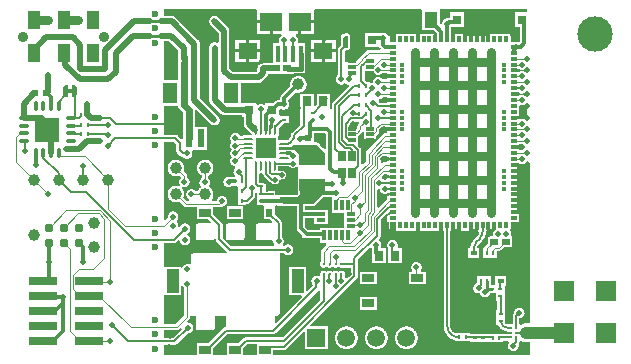
<source format=gtl>
G04*
G04 #@! TF.GenerationSoftware,Altium Limited,Altium Designer,20.0.13 (296)*
G04*
G04 Layer_Physical_Order=1*
G04 Layer_Color=255*
%FSLAX24Y24*%
%MOIN*%
G70*
G01*
G75*
%ADD11C,0.0079*%
%ADD12C,0.0059*%
%ADD13C,0.0098*%
%ADD15C,0.0118*%
%ADD17C,0.0060*%
%ADD19C,0.0049*%
%ADD27R,0.0669X0.0669*%
%ADD28C,0.0098*%
%ADD29R,0.0394X0.0276*%
%ADD30R,0.0394X0.0787*%
%ADD31R,0.0197X0.0276*%
%ADD32R,0.0236X0.0610*%
%ADD33R,0.0472X0.0709*%
%ADD34R,0.0413X0.0256*%
%ADD35R,0.0630X0.0551*%
%ADD36R,0.0748X0.0610*%
%ADD37R,0.0157X0.0531*%
%ADD38R,0.0106X0.0118*%
%ADD39R,0.0118X0.0106*%
%ADD40C,0.0394*%
%ADD41R,0.0866X0.0394*%
%ADD42R,0.0197X0.0118*%
%ADD43R,0.0945X0.0299*%
%ADD44R,0.0203X0.0167*%
%ADD45R,0.0108X0.0167*%
%ADD46O,0.0118X0.0394*%
%ADD47O,0.0394X0.0118*%
%ADD48R,0.0819X0.0819*%
%ADD49R,0.0650X0.0650*%
G04:AMPARAMS|DCode=50|XSize=7.9mil|YSize=33.5mil|CornerRadius=2mil|HoleSize=0mil|Usage=FLASHONLY|Rotation=0.000|XOffset=0mil|YOffset=0mil|HoleType=Round|Shape=RoundedRectangle|*
%AMROUNDEDRECTD50*
21,1,0.0079,0.0295,0,0,0.0*
21,1,0.0039,0.0335,0,0,0.0*
1,1,0.0039,0.0020,-0.0148*
1,1,0.0039,-0.0020,-0.0148*
1,1,0.0039,-0.0020,0.0148*
1,1,0.0039,0.0020,0.0148*
%
%ADD50ROUNDEDRECTD50*%
G04:AMPARAMS|DCode=51|XSize=7.9mil|YSize=33.5mil|CornerRadius=2mil|HoleSize=0mil|Usage=FLASHONLY|Rotation=90.000|XOffset=0mil|YOffset=0mil|HoleType=Round|Shape=RoundedRectangle|*
%AMROUNDEDRECTD51*
21,1,0.0079,0.0295,0,0,90.0*
21,1,0.0039,0.0335,0,0,90.0*
1,1,0.0039,0.0148,0.0020*
1,1,0.0039,0.0148,-0.0020*
1,1,0.0039,-0.0148,-0.0020*
1,1,0.0039,-0.0148,0.0020*
%
%ADD51ROUNDEDRECTD51*%
%ADD52R,0.0300X0.0320*%
%ADD53R,0.0256X0.0335*%
%ADD54R,0.0256X0.0138*%
%ADD55R,0.0118X0.0197*%
%ADD56R,0.0213X0.0118*%
%ADD57R,0.0118X0.0364*%
%ADD58R,0.0315X0.0118*%
%ADD59R,0.0236X0.0197*%
%ADD60R,0.0315X0.0295*%
%ADD61R,0.0197X0.0236*%
%ADD62R,0.0394X0.0630*%
%ADD63R,0.0256X0.0197*%
%ADD64R,0.0295X0.0315*%
%ADD65R,0.0433X0.0551*%
%ADD66R,0.0098X0.0098*%
%ADD67R,0.0315X0.0315*%
%ADD68R,0.0213X0.0213*%
%ADD69R,0.0118X0.0213*%
%ADD70R,0.0118X0.0118*%
%ADD115R,0.0157X0.0157*%
%ADD119C,0.0236*%
%ADD122C,0.0354*%
%ADD123C,0.1181*%
%ADD124C,0.0059*%
%ADD125C,0.0310*%
%ADD126R,0.1103X0.0571*%
%ADD127C,0.0197*%
%ADD128C,0.0076*%
%ADD129C,0.0394*%
%ADD130C,0.0065*%
%ADD131C,0.0213*%
%ADD132C,0.0157*%
%ADD133C,0.0315*%
%ADD134C,0.0236*%
%ADD135C,0.0295*%
%ADD136R,0.0108X0.0108*%
%ADD137R,0.0202X0.0108*%
%ADD138C,0.0390*%
%ADD139O,0.0354X0.0630*%
%ADD140C,0.0591*%
%ADD141R,0.0591X0.0591*%
%ADD142C,0.0197*%
%ADD143C,0.0240*%
G36*
X9006Y11632D02*
Y10969D01*
X9401D01*
X9507Y10863D01*
Y10768D01*
X9390D01*
Y10843D01*
X8917D01*
Y10768D01*
X8799D01*
Y10843D01*
X8130D01*
Y10768D01*
X7913D01*
Y10768D01*
X7869Y10781D01*
X7860Y10797D01*
X7848Y10817D01*
X7832Y10834D01*
X7815Y10850D01*
X7795Y10862D01*
X7775Y10873D01*
X7753Y10880D01*
X7730Y10885D01*
X7707Y10886D01*
X7684Y10885D01*
X7661Y10880D01*
X7639Y10873D01*
X7618Y10862D01*
X7569Y10876D01*
Y10876D01*
X7097D01*
Y10423D01*
X7569D01*
X7605Y10389D01*
X7609Y10384D01*
X7626Y10366D01*
X7607Y10320D01*
X7239D01*
X7223Y10319D01*
X7207Y10315D01*
X7192Y10309D01*
X7178Y10300D01*
X7165Y10290D01*
X6944Y10068D01*
X6933Y10056D01*
X6925Y10042D01*
X6921Y10034D01*
X6787Y9899D01*
X6725D01*
X6721Y9899D01*
X6474D01*
Y9899D01*
X6428Y9908D01*
Y10265D01*
X6467Y10305D01*
X6526D01*
X6541Y10306D01*
X6556Y10311D01*
X6570Y10318D01*
X6582Y10328D01*
X6591Y10340D01*
X6599Y10354D01*
X6603Y10368D01*
X6605Y10384D01*
Y10778D01*
X6603Y10793D01*
X6599Y10808D01*
X6591Y10822D01*
X6582Y10834D01*
X6570Y10843D01*
X6556Y10851D01*
X6541Y10855D01*
X6526Y10857D01*
X6428D01*
X6427Y10857D01*
X6406Y10855D01*
X6384Y10850D01*
X6364Y10842D01*
X6346Y10830D01*
X6329Y10816D01*
X6315Y10800D01*
X6304Y10781D01*
X6296Y10761D01*
X6291Y10740D01*
X6289Y10718D01*
Y10462D01*
X6226Y10398D01*
X6214Y10384D01*
X6204Y10368D01*
X6197Y10351D01*
X6192Y10333D01*
X6191Y10314D01*
Y9463D01*
X6184Y9457D01*
X6169Y9439D01*
X6156Y9420D01*
X6145Y9399D01*
X6138Y9377D01*
X6133Y9354D01*
X6132Y9331D01*
X6133Y9308D01*
X6138Y9285D01*
X6145Y9263D01*
X6156Y9242D01*
X6169Y9223D01*
X6184Y9206D01*
X6201Y9190D01*
X6221Y9177D01*
X6241Y9167D01*
X6263Y9160D01*
X6286Y9155D01*
X6309Y9154D01*
X6333Y9155D01*
X6355Y9160D01*
X6377Y9167D01*
X6398Y9177D01*
X6417Y9190D01*
X6435Y9205D01*
X6454Y9191D01*
X6473Y9178D01*
X6494Y9168D01*
X6516Y9160D01*
X6539Y9156D01*
X6555Y9155D01*
X6567Y9138D01*
X6576Y9105D01*
X6033Y8562D01*
X6022Y8549D01*
X6013Y8534D01*
X6006Y8518D01*
X6002Y8501D01*
X6001Y8483D01*
Y8354D01*
X5947D01*
Y8700D01*
X5947Y8705D01*
X5947Y8709D01*
Y8831D01*
X5489D01*
Y8487D01*
X5489Y8482D01*
Y8479D01*
X5443Y8433D01*
X5397Y8452D01*
Y8831D01*
X4939D01*
Y8487D01*
X4939Y8482D01*
Y7823D01*
X4660Y7544D01*
X4648Y7530D01*
X4639Y7514D01*
X4631Y7497D01*
X4627Y7479D01*
X4626Y7461D01*
Y7418D01*
X4539Y7331D01*
X4535Y7330D01*
X4517Y7326D01*
X4500Y7319D01*
X4484Y7309D01*
X4476Y7303D01*
X4249D01*
X4209Y7331D01*
X4200Y7344D01*
Y7408D01*
X4201Y7409D01*
X4213Y7424D01*
X4222Y7441D01*
X4228Y7460D01*
X4229Y7479D01*
Y7706D01*
X4380Y7856D01*
X4404D01*
X4409Y7857D01*
X4556D01*
Y8121D01*
X4280D01*
X4252Y8159D01*
Y8323D01*
X4262Y8332D01*
X4302Y8347D01*
X4308Y8343D01*
X4329Y8333D01*
X4351Y8326D01*
X4374Y8321D01*
X4397Y8320D01*
X4420Y8321D01*
X4443Y8326D01*
X4465Y8333D01*
X4486Y8343D01*
X4505Y8356D01*
X4522Y8372D01*
X4538Y8389D01*
X4551Y8408D01*
X4561Y8429D01*
X4568Y8451D01*
X4573Y8474D01*
X4574Y8497D01*
X4573Y8520D01*
X4568Y8543D01*
X4561Y8565D01*
X4551Y8586D01*
X4550Y8587D01*
Y8636D01*
X4811Y8897D01*
X4820Y8894D01*
X4851Y8889D01*
X4882Y8887D01*
X4913Y8889D01*
X4943Y8894D01*
X4973Y8903D01*
X5002Y8915D01*
X5029Y8930D01*
X5054Y8948D01*
X5077Y8968D01*
X5098Y8991D01*
X5116Y9017D01*
X5131Y9044D01*
X5142Y9072D01*
X5151Y9102D01*
X5156Y9132D01*
X5158Y9163D01*
X5156Y9194D01*
X5151Y9225D01*
X5142Y9255D01*
X5131Y9283D01*
X5116Y9310D01*
X5098Y9335D01*
X5077Y9359D01*
X5054Y9379D01*
X5029Y9397D01*
X5002Y9412D01*
X4973Y9424D01*
X4943Y9432D01*
X4913Y9438D01*
X4882Y9439D01*
X4851Y9438D01*
X4820Y9432D01*
X4791Y9424D01*
X4762Y9412D01*
X4735Y9397D01*
X4710Y9379D01*
X4687Y9359D01*
X4666Y9335D01*
X4648Y9310D01*
X4633Y9283D01*
X4621Y9255D01*
X4613Y9225D01*
X4608Y9194D01*
X4606Y9163D01*
X4608Y9132D01*
X4613Y9102D01*
X4616Y9092D01*
X4314Y8791D01*
X4300Y8775D01*
X4289Y8756D01*
X4280Y8736D01*
X4275Y8715D01*
X4274Y8693D01*
Y8635D01*
X4206D01*
X4184Y8634D01*
X4163Y8629D01*
X4143Y8620D01*
X4125Y8609D01*
X4108Y8595D01*
X4047Y8533D01*
X3780D01*
Y8499D01*
X3763Y8486D01*
X3730Y8475D01*
X3721Y8481D01*
X3700Y8491D01*
X3678Y8498D01*
X3655Y8503D01*
X3632Y8504D01*
X3609Y8503D01*
X3586Y8498D01*
X3564Y8491D01*
X3543Y8481D01*
X3524Y8468D01*
X3474Y8491D01*
Y8533D01*
X3002D01*
X2963Y8559D01*
Y9216D01*
X3556D01*
X3579Y9218D01*
X3602Y9222D01*
X3624Y9230D01*
X3645Y9240D01*
X3664Y9253D01*
X3681Y9268D01*
X3820Y9407D01*
X3836Y9425D01*
X3849Y9444D01*
X3859Y9465D01*
X3866Y9487D01*
X3871Y9510D01*
X3871Y9517D01*
X4144D01*
X4150Y9518D01*
X4724D01*
Y9527D01*
X4957D01*
X4981Y9529D01*
X5006Y9535D01*
X5028Y9544D01*
X5034Y9547D01*
X5089D01*
Y9596D01*
X5089Y9597D01*
X5102Y9618D01*
X5111Y9641D01*
X5117Y9665D01*
X5119Y9689D01*
Y10187D01*
X5118Y10193D01*
Y10531D01*
X4910D01*
X4899Y10539D01*
X4876Y10581D01*
X4877Y10584D01*
X4881Y10607D01*
X4883Y10630D01*
X4881Y10653D01*
X4877Y10676D01*
X4869Y10698D01*
X4859Y10719D01*
X4846Y10738D01*
X4831Y10755D01*
X4813Y10771D01*
X4794Y10784D01*
X4791Y10785D01*
X4803Y10835D01*
X4872D01*
Y11240D01*
X4922D01*
Y11290D01*
X5396D01*
Y11632D01*
X5396Y11645D01*
X5428Y11682D01*
X8958Y11682D01*
X9006Y11632D01*
D02*
G37*
G36*
X12500Y11682D02*
Y11560D01*
X12095D01*
Y11087D01*
X12273D01*
Y10589D01*
X12240Y10562D01*
X12233Y10558D01*
X12213Y10568D01*
X12191Y10575D01*
X12168Y10580D01*
X12165Y10580D01*
Y10768D01*
X11949D01*
Y10843D01*
X11280D01*
Y10768D01*
X10374D01*
Y10843D01*
X10098D01*
Y10768D01*
X9981D01*
Y11070D01*
X9983Y11073D01*
X9993Y11087D01*
X10079D01*
X10084Y11087D01*
X10394D01*
Y11560D01*
X9941D01*
Y11363D01*
X9908D01*
X9886Y11362D01*
X9867Y11357D01*
X9866Y11357D01*
X9843Y11359D01*
X9819Y11357D01*
X9797Y11353D01*
X9775Y11345D01*
X9754Y11335D01*
X9734Y11322D01*
X9717Y11307D01*
X9702Y11289D01*
X9689Y11270D01*
X9679Y11249D01*
X9671Y11227D01*
X9667Y11204D01*
X9666Y11194D01*
X9636Y11175D01*
X9616Y11170D01*
X9597Y11185D01*
Y11678D01*
X9645Y11682D01*
X11811Y11682D01*
X12500Y11682D01*
D02*
G37*
G36*
X6526Y10384D02*
X6427D01*
Y10778D01*
X6526D01*
Y10384D01*
D02*
G37*
G36*
X1417Y9728D02*
X1319D01*
Y10122D01*
X1417D01*
Y9728D01*
D02*
G37*
G36*
X1201Y9728D02*
X1102D01*
Y10122D01*
X1201D01*
Y9728D01*
D02*
G37*
G36*
X2189Y9724D02*
X2091D01*
Y10118D01*
X2189D01*
Y9724D01*
D02*
G37*
G36*
X2406Y9724D02*
X2307D01*
Y10118D01*
X2406D01*
Y9724D01*
D02*
G37*
G36*
X3503Y11632D02*
Y11290D01*
X3977D01*
Y11240D01*
X4027D01*
Y10835D01*
X4320D01*
X4332Y10785D01*
X4329Y10784D01*
X4310Y10771D01*
X4293Y10755D01*
X4277Y10738D01*
X4264Y10719D01*
X4254Y10698D01*
X4247Y10676D01*
X4242Y10653D01*
X4241Y10630D01*
X4242Y10607D01*
X4247Y10584D01*
X4248Y10581D01*
X4224Y10539D01*
X4213Y10531D01*
X4036D01*
Y9872D01*
X3705D01*
X3682Y9871D01*
X3659Y9866D01*
X3637Y9859D01*
X3616Y9849D01*
X3597Y9836D01*
X3582Y9823D01*
X3563D01*
Y9803D01*
X3554Y9793D01*
X3541Y9774D01*
X3531Y9753D01*
X3523Y9731D01*
X3519Y9708D01*
X3517Y9685D01*
Y9606D01*
X3482Y9571D01*
X2700D01*
X2583Y9689D01*
Y9921D01*
Y10941D01*
X2582Y10964D01*
X2577Y10987D01*
X2570Y11009D01*
X2559Y11030D01*
X2546Y11049D01*
X2531Y11066D01*
X2212Y11385D01*
X2195Y11401D01*
X2175Y11413D01*
X2155Y11424D01*
X2133Y11431D01*
X2110Y11436D01*
X2087Y11437D01*
X2063Y11436D01*
X2041Y11431D01*
X2019Y11424D01*
X1998Y11413D01*
X1979Y11401D01*
X1961Y11385D01*
X1946Y11368D01*
X1933Y11348D01*
X1923Y11328D01*
X1915Y11306D01*
X1911Y11283D01*
X1909Y11260D01*
X1911Y11237D01*
X1915Y11214D01*
X1923Y11192D01*
X1933Y11171D01*
X1946Y11152D01*
X1961Y11134D01*
X2228Y10867D01*
Y10565D01*
X2179Y10539D01*
X2159Y10549D01*
X2137Y10557D01*
X2114Y10561D01*
X2091Y10563D01*
X2067Y10561D01*
X2045Y10557D01*
X2023Y10549D01*
X2002Y10539D01*
X1982Y10526D01*
X1965Y10511D01*
X1965Y10511D01*
X1950Y10493D01*
X1937Y10474D01*
X1927Y10453D01*
X1919Y10431D01*
X1915Y10408D01*
X1913Y10385D01*
Y9862D01*
X1914Y9842D01*
X1913Y9823D01*
Y8646D01*
X1915Y8622D01*
X1919Y8600D01*
X1927Y8578D01*
X1937Y8557D01*
X1950Y8537D01*
X1965Y8520D01*
X2303Y8182D01*
X2321Y8166D01*
X2340Y8153D01*
X2361Y8143D01*
X2383Y8136D01*
X2406Y8131D01*
X2429Y8130D01*
X3002D01*
Y8081D01*
X3061D01*
Y7844D01*
X3062Y7821D01*
X3067Y7799D01*
X3074Y7777D01*
X3084Y7756D01*
X3097Y7736D01*
X3113Y7719D01*
X3322Y7510D01*
X3321Y7500D01*
X3302Y7460D01*
X3048D01*
X3029Y7458D01*
X3021Y7456D01*
X2938D01*
X2928Y7471D01*
X2913Y7488D01*
X2895Y7503D01*
X2876Y7516D01*
X2855Y7527D01*
X2833Y7534D01*
X2810Y7539D01*
X2787Y7540D01*
X2764Y7539D01*
X2741Y7534D01*
X2719Y7527D01*
X2698Y7516D01*
X2679Y7503D01*
X2662Y7488D01*
X2646Y7471D01*
X2633Y7451D01*
X2623Y7431D01*
X2616Y7409D01*
X2611Y7386D01*
X2610Y7363D01*
X2611Y7339D01*
X2616Y7317D01*
X2623Y7295D01*
X2633Y7274D01*
X2646Y7254D01*
X2659Y7240D01*
X2645Y7225D01*
X2632Y7205D01*
X2622Y7184D01*
X2614Y7162D01*
X2610Y7140D01*
X2608Y7116D01*
X2610Y7093D01*
X2614Y7071D01*
X2622Y7049D01*
X2632Y7028D01*
X2645Y7008D01*
X2659Y6992D01*
X2646Y6978D01*
X2633Y6959D01*
X2623Y6938D01*
X2616Y6916D01*
X2611Y6893D01*
X2610Y6870D01*
X2611Y6847D01*
X2616Y6824D01*
X2623Y6802D01*
X2633Y6781D01*
X2646Y6762D01*
X2662Y6745D01*
X2645Y6720D01*
X2632Y6701D01*
X2622Y6680D01*
X2615Y6658D01*
X2610Y6635D01*
X2609Y6612D01*
X2610Y6589D01*
X2615Y6566D01*
X2622Y6544D01*
X2632Y6523D01*
X2645Y6504D01*
X2661Y6487D01*
X2678Y6471D01*
X2697Y6458D01*
X2718Y6448D01*
X2740Y6441D01*
X2763Y6436D01*
X2772Y6436D01*
X2787Y6392D01*
X2787Y6386D01*
X2771Y6372D01*
X2756Y6354D01*
X2743Y6335D01*
X2733Y6314D01*
X2725Y6292D01*
X2721Y6269D01*
X2719Y6246D01*
X2721Y6223D01*
X2725Y6200D01*
X2733Y6178D01*
X2743Y6157D01*
X2756Y6138D01*
X2771Y6121D01*
X2778Y6115D01*
X2768Y6075D01*
X2760Y6065D01*
X2652D01*
X2648Y6067D01*
X2627Y6077D01*
X2605Y6085D01*
X2582Y6089D01*
X2559Y6091D01*
X2536Y6089D01*
X2513Y6085D01*
X2491Y6077D01*
X2470Y6067D01*
X2451Y6054D01*
X2434Y6039D01*
X2418Y6021D01*
X2405Y6002D01*
X2395Y5981D01*
X2388Y5959D01*
X2383Y5936D01*
X2382Y5913D01*
X2383Y5890D01*
X2388Y5867D01*
X2395Y5845D01*
X2405Y5825D01*
X2418Y5805D01*
X2434Y5788D01*
X2451Y5772D01*
X2470Y5760D01*
X2491Y5749D01*
X2513Y5742D01*
X2536Y5737D01*
X2559Y5736D01*
X2582Y5737D01*
X2605Y5742D01*
X2627Y5749D01*
X2648Y5760D01*
X2667Y5772D01*
X2685Y5788D01*
X2685Y5788D01*
X2782D01*
X2787Y5788D01*
X2851D01*
X2874Y5748D01*
Y5472D01*
X2874D01*
X2874Y5423D01*
Y5147D01*
X3138D01*
Y5167D01*
X3167D01*
X3185Y5168D01*
X3203Y5172D01*
X3221Y5179D01*
X3236Y5189D01*
X3251Y5201D01*
X3411Y5361D01*
X3423Y5375D01*
X3432Y5391D01*
X3439Y5408D01*
X3444Y5426D01*
X3445Y5445D01*
Y5546D01*
X3455Y5552D01*
X3505Y5526D01*
Y5282D01*
X3504Y5277D01*
X3505Y5271D01*
Y5145D01*
X3588D01*
X3589Y5144D01*
X3610Y5135D01*
X3631Y5130D01*
X3652Y5129D01*
X3700D01*
X3736Y5096D01*
X3736Y5079D01*
Y4663D01*
X3923D01*
X4008Y4578D01*
X3988Y4528D01*
X3539D01*
X3524Y4526D01*
X3509Y4522D01*
X3495Y4515D01*
X3483Y4505D01*
X3474Y4493D01*
X3466Y4479D01*
X3462Y4464D01*
X3460Y4449D01*
Y4055D01*
X3462Y4040D01*
X3466Y4025D01*
X3474Y4011D01*
X3483Y3999D01*
X3495Y3989D01*
X3509Y3982D01*
X3524Y3978D01*
X3539Y3976D01*
X3997D01*
X4004Y3974D01*
X4037Y3944D01*
X4038Y3943D01*
X4041Y3939D01*
X4044Y3930D01*
X4045Y3914D01*
X4049Y3891D01*
X4057Y3869D01*
X4067Y3848D01*
X4080Y3829D01*
X4087Y3821D01*
X4078Y3788D01*
X4066Y3771D01*
X2637D01*
X2363Y4045D01*
Y4470D01*
X2361Y4489D01*
X2357Y4507D01*
X2350Y4524D01*
X2340Y4540D01*
X2328Y4554D01*
X2051Y4831D01*
Y5074D01*
X2254D01*
X2270Y5075D01*
X2286Y5079D01*
X2301Y5085D01*
X2312Y5091D01*
X2319Y5090D01*
X2343Y5088D01*
X2366Y5090D01*
X2388Y5094D01*
X2410Y5102D01*
X2431Y5112D01*
X2451Y5125D01*
X2468Y5140D01*
X2483Y5158D01*
X2496Y5177D01*
X2507Y5198D01*
X2514Y5220D01*
X2519Y5243D01*
X2520Y5266D01*
X2519Y5289D01*
X2514Y5312D01*
X2507Y5334D01*
X2496Y5355D01*
X2483Y5374D01*
X2468Y5391D01*
X2451Y5407D01*
X2431Y5420D01*
X2410Y5430D01*
X2388Y5437D01*
X2366Y5442D01*
X2343Y5443D01*
X2319Y5442D01*
X2297Y5437D01*
X2275Y5430D01*
X2254Y5420D01*
X2234Y5407D01*
X2217Y5391D01*
X2202Y5374D01*
X2189Y5355D01*
X2178Y5334D01*
X2171Y5312D01*
X2166Y5289D01*
X2166Y5281D01*
X2016D01*
X1995Y5321D01*
X1993Y5331D01*
X2009Y5353D01*
X2024Y5380D01*
X2036Y5409D01*
X2045Y5439D01*
X2050Y5469D01*
X2052Y5500D01*
X2050Y5531D01*
X2045Y5562D01*
X2036Y5591D01*
X2024Y5620D01*
X2009Y5647D01*
X1991Y5672D01*
X1971Y5695D01*
X1948Y5716D01*
X1922Y5734D01*
X1921Y5735D01*
X1920Y5736D01*
X1910Y5765D01*
X1907Y5791D01*
X1909Y5797D01*
X1916Y5807D01*
X1926Y5828D01*
X1933Y5850D01*
X1938Y5872D01*
X1939Y5896D01*
X1938Y5919D01*
X1933Y5942D01*
X1926Y5964D01*
X1916Y5984D01*
X1903Y6004D01*
X1887Y6021D01*
X1872Y6034D01*
Y6119D01*
X1895Y6128D01*
X1922Y6143D01*
X1948Y6161D01*
X1971Y6182D01*
X1991Y6205D01*
X2009Y6230D01*
X2024Y6257D01*
X2036Y6286D01*
X2045Y6316D01*
X2050Y6346D01*
X2052Y6377D01*
X2050Y6408D01*
X2045Y6439D01*
X2036Y6468D01*
X2024Y6497D01*
X2009Y6524D01*
X1991Y6549D01*
X1971Y6572D01*
X1948Y6593D01*
X1922Y6611D01*
X1895Y6626D01*
X1867Y6638D01*
X1837Y6646D01*
X1806Y6651D01*
X1776Y6653D01*
X1745Y6651D01*
X1714Y6646D01*
X1684Y6638D01*
X1656Y6626D01*
X1629Y6611D01*
X1603Y6593D01*
X1580Y6572D01*
X1560Y6549D01*
X1542Y6524D01*
X1527Y6497D01*
X1515Y6468D01*
X1506Y6439D01*
X1501Y6408D01*
X1500Y6377D01*
X1501Y6346D01*
X1506Y6316D01*
X1515Y6286D01*
X1527Y6257D01*
X1542Y6230D01*
X1560Y6205D01*
X1580Y6182D01*
X1603Y6161D01*
X1629Y6143D01*
X1656Y6128D01*
X1665Y6125D01*
Y6044D01*
X1654Y6037D01*
X1636Y6021D01*
X1621Y6004D01*
X1608Y5984D01*
X1598Y5964D01*
X1590Y5942D01*
X1586Y5919D01*
X1584Y5896D01*
X1586Y5872D01*
X1590Y5850D01*
X1598Y5828D01*
X1608Y5807D01*
X1621Y5788D01*
X1621Y5787D01*
X1625Y5765D01*
X1621Y5737D01*
X1614Y5723D01*
X1603Y5716D01*
X1580Y5695D01*
X1560Y5672D01*
X1542Y5647D01*
X1527Y5620D01*
X1519Y5600D01*
X1460D01*
X1460Y5600D01*
X1444Y5618D01*
X1427Y5633D01*
X1408Y5646D01*
X1387Y5656D01*
X1365Y5664D01*
X1342Y5668D01*
X1319Y5670D01*
X1296Y5668D01*
X1273Y5664D01*
X1251Y5656D01*
X1230Y5646D01*
X1211Y5633D01*
X1193Y5618D01*
X1178Y5600D01*
X1165Y5581D01*
X1155Y5560D01*
X1147Y5538D01*
X1143Y5515D01*
X1141Y5492D01*
X1143Y5469D01*
X1147Y5446D01*
X1155Y5424D01*
X1165Y5403D01*
X1178Y5384D01*
X1193Y5367D01*
X1211Y5351D01*
X1230Y5338D01*
X1227Y5286D01*
X1225Y5281D01*
X1175D01*
X1051Y5405D01*
X1058Y5421D01*
X1066Y5450D01*
X1072Y5481D01*
X1073Y5512D01*
X1072Y5543D01*
X1066Y5573D01*
X1058Y5603D01*
X1046Y5632D01*
X1031Y5659D01*
X1013Y5684D01*
X992Y5707D01*
X1015Y5751D01*
X1037Y5744D01*
X1059Y5739D01*
X1083Y5738D01*
X1106Y5739D01*
X1129Y5744D01*
X1151Y5751D01*
X1171Y5762D01*
X1191Y5774D01*
X1208Y5790D01*
X1224Y5807D01*
X1236Y5827D01*
X1247Y5847D01*
X1254Y5869D01*
X1259Y5892D01*
X1260Y5915D01*
X1259Y5939D01*
X1254Y5961D01*
X1247Y5983D01*
X1236Y6004D01*
X1224Y6023D01*
X1208Y6041D01*
X1191Y6056D01*
X1186Y6059D01*
Y6093D01*
X1185Y6109D01*
X1181Y6125D01*
X1175Y6140D01*
X1167Y6153D01*
X1156Y6166D01*
X1051Y6271D01*
X1058Y6287D01*
X1066Y6317D01*
X1072Y6347D01*
X1073Y6378D01*
X1072Y6409D01*
X1066Y6439D01*
X1058Y6469D01*
X1046Y6498D01*
X1031Y6525D01*
X1013Y6550D01*
X992Y6573D01*
X969Y6594D01*
X944Y6612D01*
X917Y6627D01*
X888Y6638D01*
X859Y6647D01*
X828Y6652D01*
X797Y6654D01*
X766Y6652D01*
X736Y6647D01*
X706Y6638D01*
X677Y6627D01*
X650Y6612D01*
X625Y6594D01*
X602Y6573D01*
X581Y6550D01*
X564Y6525D01*
X549Y6498D01*
X537Y6469D01*
X528Y6439D01*
X523Y6409D01*
X521Y6378D01*
X523Y6347D01*
X528Y6317D01*
X537Y6287D01*
X549Y6258D01*
X564Y6231D01*
X581Y6206D01*
X602Y6183D01*
X625Y6162D01*
X650Y6144D01*
X677Y6129D01*
X706Y6117D01*
X736Y6109D01*
X766Y6104D01*
X797Y6102D01*
X828Y6104D01*
X859Y6109D01*
X888Y6117D01*
X905Y6124D01*
X958Y6070D01*
X957Y6041D01*
X942Y6023D01*
X929Y6004D01*
X919Y5983D01*
X911Y5961D01*
X907Y5939D01*
X905Y5915D01*
X907Y5892D01*
X911Y5869D01*
X919Y5847D01*
X929Y5827D01*
X942Y5807D01*
X948Y5801D01*
X917Y5760D01*
X888Y5772D01*
X859Y5781D01*
X828Y5786D01*
X797Y5788D01*
X766Y5786D01*
X736Y5781D01*
X706Y5772D01*
X677Y5760D01*
X650Y5746D01*
X625Y5728D01*
X602Y5707D01*
X581Y5684D01*
X564Y5659D01*
X549Y5632D01*
X537Y5603D01*
X528Y5573D01*
X523Y5543D01*
X521Y5512D01*
X523Y5481D01*
X528Y5450D01*
X537Y5421D01*
X549Y5392D01*
X564Y5365D01*
X581Y5340D01*
X602Y5317D01*
X625Y5296D01*
X650Y5278D01*
X677Y5263D01*
X706Y5251D01*
X736Y5243D01*
X766Y5238D01*
X797Y5236D01*
X828Y5238D01*
X859Y5243D01*
X888Y5251D01*
X905Y5258D01*
X1059Y5104D01*
X1071Y5093D01*
X1085Y5085D01*
X1100Y5079D01*
X1116Y5075D01*
X1132Y5074D01*
X1500D01*
Y4663D01*
X1884D01*
X1969Y4578D01*
X1948Y4528D01*
X1539D01*
X1524Y4526D01*
X1509Y4522D01*
X1495Y4515D01*
X1483Y4505D01*
X1474Y4493D01*
X1466Y4479D01*
X1462Y4464D01*
X1460Y4449D01*
Y4055D01*
X1462Y4040D01*
X1466Y4025D01*
X1474Y4011D01*
X1483Y3999D01*
X1495Y3989D01*
X1509Y3982D01*
X1524Y3978D01*
X1539Y3976D01*
X2012D01*
X2027Y3978D01*
X2042Y3982D01*
X2056Y3989D01*
X2068Y3999D01*
X2076Y4009D01*
X2084Y4009D01*
X2126Y3996D01*
X2127Y3978D01*
X2131Y3959D01*
X2139Y3942D01*
X2148Y3926D01*
X2160Y3912D01*
X2499Y3574D01*
X2495Y3553D01*
X2479Y3524D01*
X1368D01*
X1353Y3522D01*
X1338Y3518D01*
X1324Y3511D01*
X1312Y3501D01*
X1302Y3489D01*
X1295Y3475D01*
X1291Y3460D01*
X1289Y3445D01*
Y3192D01*
X1267Y3173D01*
X1239Y3160D01*
X1227Y3164D01*
X1204Y3168D01*
X1181Y3170D01*
X1158Y3168D01*
X1135Y3164D01*
X1113Y3156D01*
X1092Y3146D01*
X1073Y3133D01*
X1056Y3118D01*
X1040Y3100D01*
X1027Y3081D01*
X1017Y3060D01*
X1015Y3053D01*
X965Y3061D01*
Y3071D01*
X444D01*
X413Y3071D01*
X394Y3113D01*
Y3865D01*
X728D01*
X746Y3866D01*
X763Y3870D01*
X779Y3877D01*
X794Y3886D01*
X807Y3897D01*
X875Y3965D01*
X926Y3947D01*
X931Y3924D01*
X938Y3902D01*
X949Y3881D01*
X962Y3862D01*
X977Y3844D01*
X994Y3829D01*
X1014Y3816D01*
X1034Y3806D01*
X1056Y3799D01*
X1079Y3794D01*
X1102Y3792D01*
X1126Y3794D01*
X1148Y3799D01*
X1170Y3806D01*
X1191Y3816D01*
X1210Y3829D01*
X1228Y3844D01*
X1243Y3862D01*
X1256Y3881D01*
X1266Y3902D01*
X1274Y3924D01*
X1278Y3947D01*
X1280Y3970D01*
X1278Y3993D01*
X1274Y4016D01*
X1266Y4038D01*
X1256Y4059D01*
X1243Y4078D01*
X1228Y4096D01*
X1210Y4111D01*
X1191Y4124D01*
X1171Y4134D01*
X1170Y4135D01*
Y4185D01*
X1171Y4187D01*
X1191Y4197D01*
X1210Y4210D01*
X1228Y4225D01*
X1243Y4242D01*
X1256Y4262D01*
X1266Y4282D01*
X1274Y4304D01*
X1278Y4327D01*
X1280Y4350D01*
X1278Y4374D01*
X1274Y4396D01*
X1266Y4418D01*
X1256Y4439D01*
X1243Y4458D01*
X1228Y4476D01*
X1210Y4491D01*
X1191Y4504D01*
X1170Y4514D01*
X1148Y4522D01*
X1126Y4526D01*
X1102Y4528D01*
X1079Y4526D01*
X1056Y4522D01*
X1034Y4514D01*
X1014Y4504D01*
X994Y4491D01*
X977Y4476D01*
X962Y4458D01*
X949Y4439D01*
X938Y4418D01*
X933Y4403D01*
X885Y4416D01*
X886Y4439D01*
X885Y4462D01*
X880Y4485D01*
X873Y4507D01*
X862Y4528D01*
X850Y4547D01*
X836Y4563D01*
X834Y4565D01*
X832Y4571D01*
Y4619D01*
X834Y4625D01*
X836Y4627D01*
X850Y4643D01*
X862Y4663D01*
X873Y4683D01*
X880Y4705D01*
X885Y4728D01*
X886Y4751D01*
X885Y4775D01*
X880Y4797D01*
X873Y4819D01*
X862Y4840D01*
X850Y4859D01*
X834Y4877D01*
X817Y4892D01*
X797Y4905D01*
X777Y4915D01*
X755Y4923D01*
X732Y4927D01*
X709Y4929D01*
X685Y4927D01*
X663Y4923D01*
X641Y4915D01*
X620Y4905D01*
X601Y4892D01*
X583Y4877D01*
X568Y4859D01*
X555Y4840D01*
X545Y4819D01*
X537Y4797D01*
X533Y4775D01*
X531Y4751D01*
X533Y4728D01*
X534Y4723D01*
X440Y4629D01*
X394Y4648D01*
Y7244D01*
X738D01*
X818Y7164D01*
Y6960D01*
X819Y6941D01*
X823Y6923D01*
X831Y6906D01*
X840Y6890D01*
X852Y6876D01*
X952Y6776D01*
X966Y6764D01*
X982Y6755D01*
X999Y6748D01*
X1017Y6743D01*
X1036Y6742D01*
X1040D01*
X1046Y6735D01*
X1063Y6719D01*
X1082Y6706D01*
X1103Y6696D01*
X1125Y6689D01*
X1148Y6684D01*
X1171Y6683D01*
X1194Y6684D01*
X1217Y6689D01*
X1239Y6696D01*
X1260Y6706D01*
X1279Y6719D01*
X1297Y6735D01*
X1312Y6752D01*
X1325Y6771D01*
X1335Y6792D01*
X1343Y6814D01*
X1347Y6837D01*
X1349Y6860D01*
X1347Y6883D01*
X1343Y6906D01*
X1335Y6928D01*
X1335Y6928D01*
X1359Y6974D01*
X1366Y6978D01*
X1821D01*
Y7746D01*
X1428D01*
Y8297D01*
X1427Y8303D01*
X1476Y8325D01*
X1961Y7840D01*
X1979Y7825D01*
X1998Y7812D01*
X2019Y7802D01*
X2041Y7794D01*
X2063Y7790D01*
X2087Y7788D01*
X2110Y7790D01*
X2133Y7794D01*
X2155Y7802D01*
X2175Y7812D01*
X2195Y7825D01*
X2212Y7840D01*
X2227Y7857D01*
X2240Y7877D01*
X2251Y7898D01*
X2258Y7920D01*
X2263Y7942D01*
X2264Y7966D01*
X2263Y7989D01*
X2258Y8012D01*
X2251Y8033D01*
X2240Y8054D01*
X2227Y8074D01*
X2212Y8091D01*
X1595Y8708D01*
Y9925D01*
Y10516D01*
X1593Y10539D01*
X1589Y10562D01*
X1581Y10584D01*
X1571Y10605D01*
X1558Y10624D01*
X1543Y10641D01*
X799Y11385D01*
X781Y11401D01*
X762Y11414D01*
X741Y11424D01*
X719Y11431D01*
X696Y11436D01*
X673Y11437D01*
X394D01*
Y11682D01*
X3471Y11682D01*
X3503Y11632D01*
D02*
G37*
G36*
X12225Y9682D02*
X12244Y9669D01*
X12265Y9659D01*
X12287Y9651D01*
Y9601D01*
X12265Y9593D01*
X12244Y9583D01*
X12225Y9570D01*
X12221Y9567D01*
X12165D01*
Y9685D01*
X12221D01*
X12225Y9682D01*
D02*
G37*
G36*
X12480Y9683D02*
X12500Y9669D01*
Y9583D01*
X12480Y9569D01*
X12450Y9562D01*
X12441Y9570D01*
X12421Y9583D01*
X12401Y9593D01*
X12379Y9601D01*
Y9651D01*
X12401Y9659D01*
X12421Y9669D01*
X12441Y9682D01*
X12450Y9690D01*
X12480Y9683D01*
D02*
G37*
G36*
X7385Y9588D02*
X7395Y9567D01*
X7408Y9547D01*
X7424Y9530D01*
X7441Y9515D01*
X7460Y9502D01*
X7481Y9491D01*
X7503Y9484D01*
X7526Y9479D01*
X7549Y9478D01*
X7572Y9479D01*
X7595Y9484D01*
X7617Y9491D01*
X7638Y9502D01*
X7657Y9515D01*
X7675Y9530D01*
X7681Y9537D01*
X7839D01*
Y9488D01*
X7913D01*
Y9370D01*
X7839D01*
Y9336D01*
X7693D01*
X7690Y9340D01*
X7675Y9358D01*
X7657Y9373D01*
X7638Y9386D01*
X7617Y9396D01*
X7595Y9404D01*
X7572Y9408D01*
X7549Y9410D01*
X7526Y9408D01*
X7503Y9404D01*
X7481Y9396D01*
X7460Y9386D01*
X7441Y9373D01*
X7424Y9358D01*
X7408Y9340D01*
X7395Y9321D01*
X7385Y9300D01*
X7378Y9278D01*
X7374Y9259D01*
X7362Y9228D01*
X7333Y9213D01*
X7327Y9213D01*
X7310Y9212D01*
X7309Y9212D01*
X7266Y9240D01*
X7260Y9251D01*
Y9251D01*
X7153D01*
X7088Y9317D01*
Y9603D01*
X7380D01*
X7385Y9588D01*
D02*
G37*
G36*
X885Y10291D02*
Y10023D01*
X887Y10000D01*
X891Y9981D01*
X881Y9961D01*
X872Y9937D01*
X867Y9911D01*
X866Y9886D01*
Y9321D01*
X394D01*
Y10610D01*
X566D01*
X885Y10291D01*
D02*
G37*
G36*
X12222Y8895D02*
X12241Y8882D01*
X12262Y8871D01*
X12284Y8864D01*
Y8813D01*
X12262Y8806D01*
X12241Y8795D01*
X12222Y8783D01*
X12218Y8780D01*
X12165D01*
Y8898D01*
X12218D01*
X12222Y8895D01*
D02*
G37*
G36*
X12471Y8901D02*
X12500Y8885D01*
Y8792D01*
X12471Y8776D01*
X12450Y8772D01*
X12438Y8783D01*
X12419Y8795D01*
X12398Y8806D01*
X12376Y8813D01*
Y8864D01*
X12398Y8871D01*
X12419Y8882D01*
X12438Y8895D01*
X12450Y8905D01*
X12471Y8901D01*
D02*
G37*
G36*
X-2569Y8750D02*
X-2667D01*
Y9144D01*
X-2569D01*
Y8750D01*
D02*
G37*
G36*
X-2785Y8750D02*
X-2884D01*
Y9144D01*
X-2785D01*
Y8750D01*
D02*
G37*
G36*
X7839Y8701D02*
X7913D01*
Y8583D01*
X7839D01*
Y8554D01*
X7573D01*
X7562Y8565D01*
X7562Y8573D01*
X7557Y8596D01*
X7552Y8611D01*
X7564Y8641D01*
X7580Y8664D01*
X7582Y8664D01*
X7595Y8667D01*
X7617Y8675D01*
X7638Y8685D01*
X7657Y8698D01*
X7675Y8713D01*
X7690Y8730D01*
X7693Y8735D01*
X7839D01*
Y8701D01*
D02*
G37*
G36*
X12471Y8507D02*
X12500Y8491D01*
Y8005D01*
X12471Y7989D01*
X12450Y7985D01*
X12438Y7995D01*
X12419Y8008D01*
X12398Y8018D01*
X12376Y8026D01*
X12353Y8030D01*
X12330Y8032D01*
X12307Y8030D01*
X12284Y8026D01*
X12262Y8018D01*
X12241Y8008D01*
X12222Y7995D01*
X12218Y7992D01*
X12165D01*
Y8110D01*
X12240D01*
Y8433D01*
X12242Y8437D01*
X12278Y8465D01*
X12290Y8469D01*
X12307Y8466D01*
X12330Y8464D01*
X12353Y8466D01*
X12376Y8470D01*
X12398Y8478D01*
X12419Y8488D01*
X12438Y8501D01*
X12450Y8511D01*
X12471Y8507D01*
D02*
G37*
G36*
X6910Y7867D02*
X6880Y7837D01*
X6870Y7825D01*
X6861Y7811D01*
X6855Y7796D01*
X6851Y7780D01*
X6850Y7764D01*
Y7702D01*
X6787Y7638D01*
X6725D01*
X6721Y7638D01*
X6566D01*
Y7795D01*
X6684Y7913D01*
X6891D01*
X6910Y7867D01*
D02*
G37*
G36*
X7839Y7717D02*
X7913D01*
Y7598D01*
X7839D01*
Y7530D01*
X7786D01*
X7770Y7529D01*
X7754Y7525D01*
X7739Y7519D01*
X7725Y7510D01*
X7713Y7499D01*
X7250Y7037D01*
X7239Y7024D01*
X7230Y7010D01*
X7227Y7001D01*
X7151Y6925D01*
X7141Y6913D01*
X7132Y6899D01*
X7126Y6884D01*
X7122Y6868D01*
X7121Y6852D01*
Y6591D01*
X7031Y6501D01*
X6985Y6520D01*
Y6963D01*
X6985Y6963D01*
X6983Y6980D01*
X6979Y6997D01*
X6972Y7014D01*
X6963Y7029D01*
X6952Y7042D01*
X6876Y7118D01*
X6887Y7146D01*
X6887D01*
Y7449D01*
X6890Y7451D01*
X6903Y7461D01*
X7015Y7573D01*
X7059Y7557D01*
X7065Y7553D01*
Y7343D01*
X7478D01*
Y7449D01*
X7481Y7451D01*
X7493Y7461D01*
X7553Y7521D01*
X7564Y7534D01*
X7572Y7547D01*
X7579Y7562D01*
X7582Y7578D01*
X7584Y7594D01*
Y7663D01*
X7671Y7751D01*
X7839D01*
Y7717D01*
D02*
G37*
G36*
X867Y8439D02*
X872Y8414D01*
X881Y8389D01*
X892Y8366D01*
X906Y8344D01*
X923Y8325D01*
X1033Y8216D01*
Y7362D01*
X1033Y7356D01*
Y7354D01*
X983Y7334D01*
X871Y7446D01*
X857Y7458D01*
X841Y7468D01*
X824Y7475D01*
X806Y7479D01*
X787Y7481D01*
X394D01*
Y8455D01*
X866D01*
X867Y8439D01*
D02*
G37*
G36*
X5807Y7502D02*
Y7018D01*
X5760Y6999D01*
X5675Y7085D01*
X5672Y7087D01*
X5669Y7090D01*
X5664Y7094D01*
X5661Y7097D01*
X5657Y7101D01*
X5654Y7105D01*
X5651Y7108D01*
X5648Y7112D01*
X5558Y7202D01*
X5546Y7211D01*
X5532Y7219D01*
X5517Y7223D01*
X5502Y7225D01*
X5413D01*
Y7539D01*
X5770D01*
X5807Y7502D01*
D02*
G37*
G36*
X12349Y7156D02*
X12365Y7138D01*
X12382Y7123D01*
X12401Y7110D01*
X12422Y7100D01*
X12444Y7092D01*
Y7042D01*
X12422Y7034D01*
X12401Y7024D01*
X12382Y7011D01*
X12365Y6996D01*
X12349Y6978D01*
X12346Y6974D01*
X12240D01*
Y7008D01*
X12165D01*
Y7126D01*
X12240D01*
Y7160D01*
X12346D01*
X12349Y7156D01*
D02*
G37*
G36*
X5502Y7146D02*
X5592Y7056D01*
X5597Y7049D01*
X5605Y7041D01*
X5612Y7034D01*
X5619Y7029D01*
X5787Y6860D01*
X5787Y6713D01*
X5737Y6663D01*
X4980D01*
Y6772D01*
X4777Y6975D01*
X4250Y6975D01*
Y7087D01*
X4640D01*
X4699Y7146D01*
X5502Y7146D01*
D02*
G37*
G36*
X7839Y6732D02*
X7913D01*
Y6614D01*
X7839D01*
Y6580D01*
X7756D01*
X7740Y6579D01*
X7724Y6575D01*
X7709Y6569D01*
X7695Y6560D01*
X7683Y6550D01*
X7670Y6537D01*
X7623Y6556D01*
Y6687D01*
X7703Y6766D01*
X7839D01*
Y6732D01*
D02*
G37*
G36*
X12598Y6544D02*
X12598Y1201D01*
X12480D01*
X12445Y1199D01*
X12410Y1193D01*
X12376Y1184D01*
X12343Y1170D01*
X12312Y1153D01*
X12264Y1171D01*
X12244Y1213D01*
Y1368D01*
X12267Y1369D01*
X12290Y1374D01*
X12312Y1381D01*
X12333Y1392D01*
X12352Y1404D01*
X12370Y1420D01*
X12385Y1437D01*
X12398Y1456D01*
X12408Y1477D01*
X12416Y1499D01*
X12420Y1522D01*
X12422Y1545D01*
X12420Y1568D01*
X12416Y1591D01*
X12408Y1613D01*
X12398Y1634D01*
X12385Y1653D01*
X12370Y1671D01*
X12352Y1686D01*
X12333Y1699D01*
X12312Y1709D01*
X12290Y1717D01*
X12267Y1721D01*
X12244Y1723D01*
X12221Y1721D01*
X12198Y1717D01*
X12176Y1709D01*
X12155Y1699D01*
X12136Y1686D01*
X12119Y1671D01*
X12103Y1653D01*
X12090Y1634D01*
X12080Y1613D01*
X12073Y1591D01*
X12068Y1568D01*
X12067Y1545D01*
X12068Y1523D01*
X12059Y1514D01*
X12048Y1501D01*
X12039Y1486D01*
X12033Y1471D01*
X12029Y1454D01*
X12027Y1437D01*
Y1171D01*
X11850D01*
X11850Y1171D01*
X11800Y1168D01*
X11786Y1176D01*
X11770Y1190D01*
X11762Y1200D01*
Y1630D01*
X11762Y1638D01*
X11762D01*
X11756Y1678D01*
X11756D01*
Y1954D01*
X11756D01*
X11756Y1985D01*
X11756D01*
X11756Y2004D01*
Y2446D01*
X11802D01*
Y2771D01*
X11442D01*
Y2488D01*
X11442Y2474D01*
X11423Y2474D01*
X11305D01*
Y2771D01*
X10842D01*
Y2548D01*
X10823Y2541D01*
X10802Y2531D01*
X10783Y2518D01*
X10765Y2503D01*
X10750Y2485D01*
X10737Y2466D01*
X10727Y2445D01*
X10719Y2423D01*
X10715Y2400D01*
X10713Y2377D01*
X10715Y2354D01*
X10719Y2331D01*
X10727Y2309D01*
X10737Y2288D01*
X10750Y2269D01*
X10765Y2252D01*
X10783Y2236D01*
X10802Y2223D01*
X10823Y2213D01*
X10845Y2206D01*
X10868Y2201D01*
X10891Y2200D01*
X10914Y2201D01*
X10934Y2205D01*
X10936Y2193D01*
X10943Y2171D01*
X10954Y2151D01*
X10967Y2131D01*
X10982Y2114D01*
X10999Y2099D01*
X11019Y2086D01*
X11039Y2075D01*
X11061Y2068D01*
X11084Y2063D01*
X11107Y2062D01*
X11131Y2063D01*
X11153Y2068D01*
X11175Y2075D01*
X11196Y2086D01*
X11215Y2099D01*
X11233Y2114D01*
X11248Y2131D01*
X11261Y2151D01*
X11271Y2171D01*
X11279Y2193D01*
X11282Y2210D01*
X11461D01*
X11481Y2168D01*
Y1999D01*
X11481Y1985D01*
X11481Y1985D01*
X11493Y1954D01*
X11493Y1954D01*
Y1678D01*
X11493D01*
X11486Y1638D01*
X11486Y1638D01*
X11486Y1631D01*
Y1150D01*
X11541D01*
X11542Y1149D01*
X11556Y1118D01*
X11574Y1089D01*
X11594Y1061D01*
X11617Y1036D01*
X11642Y1013D01*
X11669Y993D01*
X11699Y976D01*
X11729Y961D01*
X11762Y950D01*
X11795Y941D01*
X11828Y936D01*
X11850Y935D01*
Y915D01*
X11969D01*
Y856D01*
X11850D01*
Y837D01*
X11718D01*
Y846D01*
X11239D01*
X11230Y846D01*
X11230Y846D01*
X11192Y841D01*
X11192Y841D01*
X10946D01*
X10916Y841D01*
Y841D01*
X10896D01*
Y841D01*
X10620D01*
X10589Y866D01*
Y866D01*
X10107D01*
X10083Y880D01*
X10057Y898D01*
X10033Y919D01*
X10012Y943D01*
X9994Y968D01*
X9979Y996D01*
X9967Y1025D01*
X9958Y1055D01*
X9953Y1087D01*
X9951Y1116D01*
X9951Y1118D01*
Y4276D01*
X9980D01*
Y4350D01*
X10295D01*
Y4276D01*
X10571D01*
Y4350D01*
X10886D01*
Y4276D01*
X10886Y4276D01*
X10911Y4226D01*
X10909Y4212D01*
X10902Y4186D01*
X10891Y4161D01*
X10878Y4137D01*
X10862Y4115D01*
X10845Y4096D01*
X10844Y4095D01*
X10844Y4095D01*
X10844Y4095D01*
X10741Y3991D01*
X10741Y3991D01*
X10715Y3963D01*
X10708Y3955D01*
X10692Y3933D01*
X10671Y3901D01*
X10654Y3867D01*
X10639Y3832D01*
X10628Y3796D01*
X10620Y3759D01*
X10615Y3721D01*
X10614Y3706D01*
X10541D01*
Y3381D01*
X10902D01*
Y3706D01*
X10882D01*
X10861Y3722D01*
X10843Y3756D01*
X10847Y3767D01*
X10859Y3792D01*
X10875Y3816D01*
X10893Y3836D01*
X10894Y3838D01*
X10998Y3941D01*
X10998D01*
X10998Y3941D01*
X10998Y3941D01*
X10998Y3941D01*
X11002Y3946D01*
X11002Y3946D01*
X11014Y3958D01*
X11025Y3970D01*
X11030Y3977D01*
X11049Y4002D01*
X11071Y4036D01*
X11089Y4072D01*
X11105Y4109D01*
X11117Y4147D01*
X11125Y4186D01*
X11129Y4217D01*
X11131Y4226D01*
X11132Y4266D01*
X11161Y4276D01*
Y4350D01*
X11392D01*
X11405Y4331D01*
X11413Y4300D01*
X11405Y4291D01*
X11392Y4272D01*
X11382Y4251D01*
X11374Y4229D01*
X11370Y4206D01*
X11368Y4183D01*
X11370Y4160D01*
X11373Y4144D01*
X11366Y4127D01*
X11340Y4096D01*
X11337Y4094D01*
X11211D01*
Y3887D01*
X11099Y3775D01*
X11088Y3762D01*
X11079Y3748D01*
X11073Y3733D01*
X11069Y3718D01*
X11069Y3706D01*
X11039D01*
Y3381D01*
X11502D01*
Y3607D01*
X11555D01*
X11571Y3608D01*
X11587Y3612D01*
X11602Y3618D01*
X11616Y3627D01*
X11628Y3637D01*
X11731Y3740D01*
X11998D01*
Y4094D01*
X11998D01*
X11978Y4136D01*
X11974Y4144D01*
X11977Y4160D01*
X11979Y4183D01*
X11977Y4206D01*
X11973Y4229D01*
X11965Y4251D01*
X11955Y4272D01*
X11949Y4281D01*
Y4350D01*
X12165D01*
Y4567D01*
X12240D01*
Y4843D01*
X12165D01*
Y6535D01*
X12221D01*
X12225Y6532D01*
X12244Y6519D01*
X12265Y6509D01*
X12287Y6502D01*
X12309Y6497D01*
X12333Y6496D01*
X12356Y6497D01*
X12379Y6502D01*
X12401Y6509D01*
X12421Y6519D01*
X12441Y6532D01*
X12458Y6548D01*
X12467Y6558D01*
X12499Y6593D01*
X12549Y6594D01*
X12598Y6544D01*
D02*
G37*
G36*
X7839Y6142D02*
X7913D01*
Y6024D01*
X7839D01*
Y6004D01*
X7710D01*
X7704Y6011D01*
X7687Y6027D01*
X7672Y6036D01*
X7667Y6046D01*
X7661Y6092D01*
X7663Y6097D01*
X7741Y6176D01*
X7839D01*
Y6142D01*
D02*
G37*
G36*
X4593Y6419D02*
X4600Y6412D01*
X4608Y6404D01*
X4616Y6398D01*
X4625Y6392D01*
X4634Y6386D01*
X4644Y6382D01*
X4653Y6378D01*
X4663Y6374D01*
X4674Y6372D01*
X4684Y6370D01*
X4694Y6369D01*
X4705Y6368D01*
X4715Y6369D01*
X4726Y6370D01*
X4736Y6372D01*
X4747Y6374D01*
X4757Y6378D01*
X4766Y6382D01*
X4776Y6386D01*
X4785Y6392D01*
X4793Y6398D01*
X4802Y6404D01*
X4809Y6412D01*
X4812Y6415D01*
X4830Y6413D01*
X4862Y6396D01*
Y5503D01*
X4832Y5472D01*
X4101D01*
Y5594D01*
X3885D01*
Y5585D01*
X3796D01*
Y5839D01*
X3751D01*
Y5876D01*
X3573D01*
X3570Y5879D01*
Y6170D01*
X3574Y6179D01*
X3578Y6185D01*
X3604Y6204D01*
X3619Y6209D01*
X3658D01*
X3673Y6204D01*
X3699Y6185D01*
X3703Y6179D01*
X3708Y6170D01*
X3708Y6167D01*
X3709Y6160D01*
X3710Y6152D01*
X3713Y6145D01*
X3716Y6138D01*
X3719Y6131D01*
X3723Y6124D01*
X3728Y6118D01*
X3733Y6112D01*
X3934Y5912D01*
X3939Y5907D01*
X3946Y5902D01*
X3952Y5898D01*
X3959Y5894D01*
X3966Y5891D01*
X3974Y5889D01*
X3981Y5887D01*
X3986Y5887D01*
X3986Y5886D01*
X3993Y5878D01*
X4000Y5870D01*
X4008Y5863D01*
X4016Y5856D01*
X4025Y5850D01*
X4034Y5845D01*
X4043Y5840D01*
X4053Y5836D01*
X4063Y5833D01*
X4073Y5830D01*
X4084Y5828D01*
X4094Y5827D01*
X4105Y5827D01*
X4115Y5827D01*
X4126Y5828D01*
X4136Y5830D01*
X4146Y5833D01*
X4156Y5836D01*
X4166Y5840D01*
X4175Y5845D01*
X4184Y5850D01*
X4193Y5856D01*
X4201Y5863D01*
X4209Y5870D01*
X4216Y5878D01*
X4223Y5886D01*
X4229Y5895D01*
X4234Y5904D01*
X4239Y5913D01*
X4243Y5923D01*
X4246Y5933D01*
X4249Y5943D01*
X4251Y5954D01*
X4251Y5957D01*
X4255Y5965D01*
X4262Y5973D01*
X4284Y5989D01*
X4294Y5993D01*
X4301Y5995D01*
X4305Y5994D01*
X4316Y5993D01*
X4326Y5992D01*
X4337Y5993D01*
X4347Y5994D01*
X4358Y5996D01*
X4368Y5998D01*
X4378Y6002D01*
X4388Y6006D01*
X4397Y6010D01*
X4406Y6016D01*
X4415Y6022D01*
X4423Y6028D01*
X4431Y6036D01*
X4438Y6043D01*
X4445Y6052D01*
X4451Y6060D01*
X4456Y6069D01*
X4461Y6079D01*
X4465Y6088D01*
X4468Y6098D01*
X4471Y6109D01*
X4473Y6119D01*
X4474Y6130D01*
X4474Y6140D01*
X4474Y6151D01*
X4473Y6161D01*
X4471Y6171D01*
X4468Y6182D01*
X4465Y6192D01*
X4461Y6201D01*
X4456Y6211D01*
X4451Y6220D01*
X4445Y6229D01*
X4438Y6237D01*
X4431Y6245D01*
X4423Y6252D01*
X4415Y6258D01*
X4406Y6264D01*
X4397Y6270D01*
X4388Y6274D01*
X4378Y6278D01*
X4368Y6282D01*
X4358Y6284D01*
X4347Y6286D01*
X4337Y6287D01*
X4326Y6288D01*
X4316Y6287D01*
X4305Y6286D01*
X4295Y6284D01*
X4285Y6282D01*
X4275Y6278D01*
X4265Y6274D01*
X4256Y6270D01*
X4248Y6265D01*
X4241Y6266D01*
X4224Y6271D01*
X4221Y6273D01*
X4200Y6292D01*
Y6426D01*
X4200Y6426D01*
Y6427D01*
X4587D01*
X4593Y6419D01*
D02*
G37*
G36*
X5592Y5796D02*
X5597Y5789D01*
X5601Y5781D01*
X5607Y5775D01*
X5612Y5769D01*
X5619Y5763D01*
X5625Y5758D01*
X5632Y5753D01*
X5640Y5749D01*
X5648Y5745D01*
X5655Y5742D01*
X5664Y5740D01*
X5672Y5738D01*
X5680Y5737D01*
X5689Y5737D01*
X5787D01*
Y5659D01*
X5783Y5659D01*
X5774Y5658D01*
X5766Y5657D01*
X5758Y5654D01*
X5750Y5651D01*
X5742Y5648D01*
X5735Y5644D01*
X5728Y5639D01*
X5721Y5634D01*
X5715Y5628D01*
X5709Y5622D01*
X5704Y5615D01*
X5699Y5608D01*
X5695Y5600D01*
X5691Y5593D01*
X5688Y5585D01*
X5686Y5576D01*
X5684Y5568D01*
X5683Y5560D01*
X5683Y5551D01*
X5683Y5543D01*
X5684Y5534D01*
X5686Y5526D01*
X5688Y5518D01*
X5691Y5510D01*
X5693Y5506D01*
X5364Y5177D01*
X5006D01*
X5002Y5179D01*
X4994Y5182D01*
X4986Y5184D01*
X4978Y5186D01*
X4969Y5187D01*
X4961Y5187D01*
X4952Y5187D01*
X4944Y5186D01*
X4935Y5184D01*
X4927Y5182D01*
X4919Y5179D01*
X4916Y5177D01*
X4360Y5177D01*
Y5413D01*
X4843Y5413D01*
X4921Y5492D01*
X4921Y5797D01*
X5592D01*
X5592Y5796D01*
D02*
G37*
G36*
X7588Y5674D02*
X7590Y5666D01*
X7594Y5643D01*
X7602Y5621D01*
X7612Y5600D01*
X7625Y5581D01*
X7640Y5563D01*
X7658Y5548D01*
X7677Y5535D01*
X7698Y5525D01*
X7720Y5517D01*
X7743Y5513D01*
X7766Y5511D01*
X7789Y5513D01*
X7812Y5517D01*
X7834Y5525D01*
X7855Y5535D01*
X7863Y5541D01*
X7902Y5528D01*
X7913Y5520D01*
Y5433D01*
X7839D01*
Y5330D01*
X7556Y5048D01*
X7510Y5067D01*
Y5656D01*
X7552Y5688D01*
X7588Y5674D01*
D02*
G37*
G36*
X5988Y5401D02*
X5989Y5364D01*
Y4879D01*
X6393D01*
Y4387D01*
X5595D01*
Y4306D01*
X5215D01*
X5099Y4421D01*
Y4691D01*
X5389D01*
Y4495D01*
X5861D01*
Y4967D01*
X5630D01*
X5625Y4968D01*
X5099D01*
Y5098D01*
X5364D01*
X5380Y5100D01*
X5394Y5104D01*
X5408Y5111D01*
X5420Y5121D01*
X5712Y5413D01*
X5944D01*
X5988Y5401D01*
D02*
G37*
G36*
X4181Y5098D02*
X4535D01*
Y5098D01*
X4822Y5098D01*
Y4882D01*
Y4364D01*
X4824Y4343D01*
X4829Y4321D01*
X4837Y4301D01*
X4849Y4283D01*
X4863Y4266D01*
X5020Y4110D01*
Y4035D01*
X5117D01*
X5136Y4031D01*
X5157Y4029D01*
X5595D01*
Y3865D01*
X5793D01*
X5814Y3815D01*
X5655Y3656D01*
X5644Y3644D01*
X5636Y3630D01*
X5630Y3615D01*
X5626Y3599D01*
X5625Y3583D01*
Y3249D01*
X5625Y3249D01*
X5614Y3232D01*
X5606Y3213D01*
X5602Y3193D01*
X5600Y3173D01*
X5602Y3153D01*
X5606Y3134D01*
X5614Y3115D01*
X5625Y3098D01*
X5638Y3082D01*
X5653Y3069D01*
X5670Y3059D01*
X5689Y3051D01*
X5708Y3046D01*
X5728Y3045D01*
X5748Y3046D01*
X5768Y3051D01*
X5787Y3059D01*
X5804Y3069D01*
X5819Y3082D01*
X5845Y3066D01*
X5858Y3057D01*
X5873Y3051D01*
X5889Y3047D01*
X5906Y3046D01*
X5909Y3046D01*
X5925Y3045D01*
X5945Y3046D01*
X5965Y3051D01*
X5983Y3059D01*
X6001Y3069D01*
X6016Y3082D01*
X6031D01*
X6047Y3069D01*
X6064Y3059D01*
X6082Y3051D01*
X6102Y3046D01*
X6122Y3045D01*
X6142Y3046D01*
X6162Y3051D01*
X6180Y3059D01*
X6197Y3069D01*
X6213Y3082D01*
X6228D01*
X6243Y3069D01*
X6261Y3059D01*
X6279Y3051D01*
X6299Y3046D01*
X6319Y3045D01*
X6339Y3046D01*
X6359Y3051D01*
X6367Y3055D01*
X6620D01*
Y3051D01*
X6633D01*
Y2826D01*
X6521Y2713D01*
X6513Y2710D01*
X6463Y2716D01*
X6457Y2720D01*
X6445Y2734D01*
X6438Y2740D01*
Y2783D01*
X6441Y2791D01*
X6446Y2811D01*
X6447Y2831D01*
X6446Y2851D01*
X6441Y2870D01*
X6433Y2889D01*
X6423Y2906D01*
X6410Y2921D01*
X6394Y2935D01*
X6377Y2945D01*
X6359Y2953D01*
X6339Y2957D01*
X6319Y2959D01*
X6299Y2957D01*
X6279Y2953D01*
X6261Y2945D01*
X6243Y2935D01*
X6228Y2921D01*
X6213D01*
X6197Y2935D01*
X6180Y2945D01*
X6162Y2953D01*
X6142Y2957D01*
X6122Y2959D01*
X6102Y2957D01*
X6082Y2953D01*
X6064Y2945D01*
X6047Y2935D01*
X6031Y2921D01*
X6016D01*
X6001Y2935D01*
X5983Y2945D01*
X5965Y2953D01*
X5945Y2957D01*
X5925Y2959D01*
X5905Y2957D01*
X5886Y2953D01*
X5867Y2945D01*
X5850Y2935D01*
X5834Y2921D01*
X5819D01*
X5804Y2935D01*
X5787Y2945D01*
X5768Y2953D01*
X5748Y2957D01*
X5728Y2959D01*
X5708Y2957D01*
X5689Y2953D01*
X5670Y2945D01*
X5653Y2935D01*
X5638Y2921D01*
X5625Y2906D01*
X5614Y2889D01*
X5606Y2870D01*
X5602Y2851D01*
X5600Y2831D01*
X5602Y2811D01*
X5602Y2807D01*
X5571Y2777D01*
X5560Y2772D01*
X5560Y2772D01*
X5538Y2780D01*
X5515Y2784D01*
X5492Y2786D01*
X5469Y2784D01*
X5446Y2780D01*
X5424Y2772D01*
X5403Y2762D01*
X5384Y2749D01*
X5367Y2734D01*
X5351Y2716D01*
X5338Y2697D01*
X5328Y2676D01*
X5321Y2654D01*
X5316Y2631D01*
X5315Y2608D01*
X5316Y2585D01*
X5321Y2562D01*
X5328Y2540D01*
X5338Y2519D01*
X5351Y2500D01*
X5367Y2483D01*
X5362Y2435D01*
X5184Y2258D01*
X5138Y2277D01*
Y3071D01*
X4587D01*
Y2126D01*
X4987D01*
X5006Y2080D01*
X4137Y1211D01*
X4091Y1230D01*
Y1437D01*
X4139Y1456D01*
X4183D01*
X4198Y1458D01*
X4213Y1462D01*
X4227Y1470D01*
X4239Y1479D01*
X4249Y1491D01*
X4256Y1505D01*
X4261Y1520D01*
X4262Y1535D01*
Y3445D01*
X4261Y3460D01*
X4256Y3475D01*
X4252Y3484D01*
X4258Y3504D01*
X4275Y3534D01*
X4404D01*
X4410Y3527D01*
X4427Y3511D01*
X4447Y3498D01*
X4468Y3488D01*
X4490Y3481D01*
X4512Y3476D01*
X4535Y3475D01*
X4559Y3476D01*
X4581Y3481D01*
X4603Y3488D01*
X4624Y3498D01*
X4644Y3511D01*
X4661Y3527D01*
X4676Y3544D01*
X4689Y3563D01*
X4699Y3584D01*
X4707Y3606D01*
X4711Y3629D01*
X4713Y3652D01*
X4711Y3675D01*
X4707Y3698D01*
X4699Y3720D01*
X4689Y3741D01*
X4676Y3760D01*
X4661Y3778D01*
X4644Y3793D01*
X4624Y3806D01*
X4603Y3816D01*
X4581Y3824D01*
X4559Y3828D01*
X4535Y3830D01*
X4512Y3828D01*
X4490Y3824D01*
X4468Y3816D01*
X4447Y3806D01*
X4427Y3793D01*
X4420Y3786D01*
X4390Y3787D01*
X4373Y3813D01*
X4368Y3839D01*
X4375Y3848D01*
X4385Y3869D01*
X4392Y3891D01*
X4397Y3914D01*
X4398Y3937D01*
X4397Y3960D01*
X4392Y3983D01*
X4385Y4005D01*
X4375Y4026D01*
X4362Y4045D01*
X4346Y4063D01*
X4339Y4069D01*
Y4533D01*
X4338Y4552D01*
X4333Y4570D01*
X4326Y4587D01*
X4317Y4603D01*
X4305Y4617D01*
X4091Y4831D01*
Y5079D01*
X4091Y5096D01*
X4127Y5129D01*
X4181D01*
Y5098D01*
D02*
G37*
G36*
X7839Y4774D02*
Y4567D01*
X7913D01*
Y4350D01*
X8130D01*
Y4276D01*
X8799D01*
Y4350D01*
X8917D01*
Y4276D01*
X9587D01*
Y4350D01*
X9705D01*
Y4276D01*
X9734D01*
Y1118D01*
X9734D01*
X9736Y1075D01*
X9736Y1069D01*
X9741Y1032D01*
X9751Y989D01*
X9764Y948D01*
X9780Y907D01*
X9801Y869D01*
X9824Y832D01*
X9850Y798D01*
X9880Y766D01*
X9912Y736D01*
X9946Y710D01*
X9983Y686D01*
X10022Y666D01*
X10062Y650D01*
X10100Y638D01*
Y591D01*
X10589D01*
X10589Y591D01*
X10620Y577D01*
Y577D01*
X10633Y577D01*
X10896D01*
Y577D01*
X10916D01*
Y577D01*
X11192D01*
Y577D01*
X11230Y571D01*
X11230Y571D01*
X11239Y571D01*
X11718D01*
Y620D01*
X11850D01*
Y600D01*
X11884D01*
X11907Y551D01*
X11894Y532D01*
X11884Y511D01*
X11876Y489D01*
X11872Y466D01*
X11870Y443D01*
X11872Y420D01*
X11876Y397D01*
X11884Y375D01*
X11894Y354D01*
X11907Y335D01*
X11922Y317D01*
X11940Y302D01*
X11959Y289D01*
X11980Y279D01*
X12002Y271D01*
X12025Y267D01*
X12048Y265D01*
X12071Y267D01*
X12094Y271D01*
X12116Y279D01*
X12137Y289D01*
X12156Y302D01*
X12173Y317D01*
X12189Y335D01*
X12202Y354D01*
X12212Y375D01*
X12219Y397D01*
X12224Y420D01*
X12225Y443D01*
X12224Y466D01*
X12222Y477D01*
X12232Y488D01*
X12241Y504D01*
X12249Y521D01*
X12253Y540D01*
X12254Y554D01*
X12264Y600D01*
X12312Y619D01*
X12343Y602D01*
X12376Y588D01*
X12410Y578D01*
X12445Y572D01*
X12480Y570D01*
X12598D01*
Y129D01*
X4051Y129D01*
Y297D01*
X4391D01*
X4409Y298D01*
X4427Y303D01*
X4444Y310D01*
X4460Y320D01*
X4474Y332D01*
X5064Y921D01*
X5110Y902D01*
Y344D01*
X5858D01*
Y1093D01*
X5301D01*
X5282Y1139D01*
X6836Y2693D01*
X6848Y2707D01*
X6858Y2723D01*
X6865Y2740D01*
X6869Y2758D01*
X6870Y2777D01*
Y3051D01*
X6884D01*
Y3327D01*
X6884Y3327D01*
X6884D01*
X6915Y3362D01*
X7264Y3711D01*
X7283Y3713D01*
X7325Y3703D01*
X7331Y3693D01*
Y3216D01*
X7788D01*
Y3693D01*
X7667D01*
X7644Y3725D01*
X7636Y3743D01*
X7642Y3760D01*
X7646Y3783D01*
X7648Y3806D01*
X7646Y3829D01*
X7642Y3852D01*
X7635Y3874D01*
X7624Y3895D01*
X7611Y3914D01*
X7596Y3931D01*
X7579Y3947D01*
X7574Y3950D01*
X7563Y3993D01*
X7566Y4012D01*
X7589Y4035D01*
X7601Y4049D01*
X7610Y4065D01*
X7618Y4082D01*
X7622Y4101D01*
X7623Y4119D01*
Y4624D01*
X7792Y4793D01*
X7839Y4774D01*
D02*
G37*
G36*
X1017Y2452D02*
X1027Y2431D01*
X1040Y2412D01*
X1056Y2394D01*
X1073Y2379D01*
X1076Y2377D01*
Y1463D01*
X780Y1167D01*
X394D01*
Y2084D01*
X413Y2126D01*
X444Y2126D01*
X965D01*
Y2451D01*
X1015Y2459D01*
X1017Y2452D01*
D02*
G37*
G36*
X1338Y1462D02*
X1353Y1458D01*
X1368Y1456D01*
X1412D01*
X1460Y1437D01*
Y1043D01*
X1462Y1028D01*
X1466Y1013D01*
X1474Y999D01*
X1483Y987D01*
X1495Y978D01*
X1509Y970D01*
X1524Y966D01*
X1539Y964D01*
X2012D01*
X2027Y966D01*
X2042Y970D01*
X2056Y978D01*
X2068Y987D01*
X2078Y999D01*
X2085Y1013D01*
X2089Y1028D01*
X2091Y1043D01*
Y1437D01*
X2139Y1456D01*
X2412D01*
X2460Y1437D01*
Y1072D01*
X2454Y1072D01*
X2436Y1067D01*
X2419Y1060D01*
X2403Y1051D01*
X2389Y1038D01*
X1884Y533D01*
X1500D01*
Y129D01*
X394Y129D01*
Y472D01*
X748D01*
X767Y474D01*
X785Y478D01*
X802Y485D01*
X818Y495D01*
X832Y507D01*
X1191Y866D01*
X1201Y866D01*
X1224Y867D01*
X1247Y872D01*
X1269Y879D01*
X1290Y890D01*
X1309Y902D01*
X1326Y918D01*
X1342Y935D01*
X1355Y955D01*
X1365Y975D01*
X1372Y997D01*
X1377Y1020D01*
X1378Y1043D01*
X1377Y1066D01*
X1372Y1089D01*
X1365Y1111D01*
X1355Y1132D01*
X1342Y1151D01*
X1326Y1169D01*
X1309Y1184D01*
X1290Y1197D01*
X1269Y1207D01*
X1247Y1215D01*
X1224Y1219D01*
X1201Y1221D01*
X1198Y1221D01*
X1176Y1269D01*
X1253Y1347D01*
X1264Y1359D01*
X1272Y1373D01*
X1279Y1388D01*
X1282Y1404D01*
X1284Y1420D01*
Y1438D01*
X1303Y1453D01*
X1334Y1465D01*
X1338Y1462D01*
D02*
G37*
G36*
X992Y1015D02*
X994Y1004D01*
X699Y709D01*
X394D01*
Y959D01*
X823D01*
X839Y961D01*
X855Y964D01*
X870Y971D01*
X884Y979D01*
X896Y990D01*
X939Y1032D01*
X992Y1015D01*
D02*
G37*
G36*
X5595Y2289D02*
X5610Y2278D01*
Y1983D01*
X4361Y735D01*
X3134D01*
X3115Y733D01*
X3097Y729D01*
X3080Y722D01*
X3064Y712D01*
X3050Y700D01*
X2884Y533D01*
X2500D01*
Y129D01*
X2051D01*
Y366D01*
X2522Y836D01*
X4049D01*
X4067Y838D01*
X4085Y842D01*
X4102Y849D01*
X4118Y859D01*
X4132Y871D01*
X5560Y2298D01*
X5595Y2289D01*
D02*
G37*
G36*
X3500Y129D02*
X3051Y129D01*
Y366D01*
X3183Y498D01*
X3500D01*
Y129D01*
D02*
G37*
%LPC*%
G36*
X5396Y11190D02*
X4972D01*
Y10835D01*
X5396D01*
Y11190D01*
D02*
G37*
G36*
X6124Y10651D02*
X5759D01*
Y10325D01*
X6124D01*
Y10651D01*
D02*
G37*
G36*
X5659D02*
X5294D01*
Y10325D01*
X5659D01*
Y10651D01*
D02*
G37*
G36*
X6124Y10225D02*
X5759D01*
Y9900D01*
X6124D01*
Y10225D01*
D02*
G37*
G36*
X5659D02*
X5294D01*
Y9900D01*
X5659D01*
Y10225D01*
D02*
G37*
G36*
X3927Y11190D02*
X3503D01*
Y10835D01*
X3927D01*
Y11190D01*
D02*
G37*
G36*
X3604Y10651D02*
X3239D01*
Y10325D01*
X3604D01*
Y10651D01*
D02*
G37*
G36*
X3139D02*
X2774D01*
Y10325D01*
X3139D01*
Y10651D01*
D02*
G37*
G36*
X3604Y10225D02*
X3239D01*
Y9900D01*
X3604D01*
Y10225D01*
D02*
G37*
G36*
X3139D02*
X2774D01*
Y9900D01*
X3139D01*
Y10225D01*
D02*
G37*
G36*
X3051Y5096D02*
X2500D01*
Y4663D01*
X3051D01*
Y5096D01*
D02*
G37*
G36*
X3012Y4528D02*
X2539D01*
X2524Y4526D01*
X2509Y4522D01*
X2495Y4515D01*
X2483Y4505D01*
X2474Y4493D01*
X2466Y4479D01*
X2462Y4464D01*
X2460Y4449D01*
Y4055D01*
X2462Y4040D01*
X2466Y4025D01*
X2474Y4011D01*
X2483Y3999D01*
X2495Y3989D01*
X2509Y3982D01*
X2524Y3978D01*
X2539Y3976D01*
X3012D01*
X3027Y3978D01*
X3042Y3982D01*
X3056Y3989D01*
X3068Y3999D01*
X3078Y4011D01*
X3085Y4025D01*
X3089Y4040D01*
X3091Y4055D01*
Y4449D01*
X3089Y4464D01*
X3085Y4479D01*
X3078Y4493D01*
X3068Y4505D01*
X3056Y4515D01*
X3042Y4522D01*
X3027Y4526D01*
X3012Y4528D01*
D02*
G37*
G36*
X8019Y3983D02*
X7995Y3982D01*
X7973Y3977D01*
X7951Y3970D01*
X7930Y3960D01*
X7910Y3947D01*
X7893Y3931D01*
X7878Y3914D01*
X7865Y3895D01*
X7855Y3874D01*
X7847Y3852D01*
X7843Y3829D01*
X7841Y3806D01*
X7843Y3783D01*
X7847Y3760D01*
X7855Y3738D01*
X7865Y3717D01*
X7865Y3717D01*
X7878Y3698D01*
X7879Y3696D01*
X7879Y3696D01*
X7881Y3653D01*
X7881Y3647D01*
Y3216D01*
X8338D01*
Y3693D01*
X8216D01*
X8192Y3725D01*
X8184Y3743D01*
X8190Y3760D01*
X8195Y3783D01*
X8196Y3806D01*
X8195Y3829D01*
X8190Y3852D01*
X8183Y3874D01*
X8172Y3895D01*
X8159Y3914D01*
X8144Y3931D01*
X8127Y3947D01*
X8107Y3960D01*
X8087Y3970D01*
X8065Y3977D01*
X8042Y3982D01*
X8019Y3983D01*
D02*
G37*
G36*
X8819Y3239D02*
X8796Y3237D01*
X8773Y3233D01*
X8751Y3225D01*
X8730Y3215D01*
X8711Y3202D01*
X8693Y3187D01*
X8678Y3169D01*
X8665Y3150D01*
X8655Y3129D01*
X8647Y3107D01*
X8643Y3084D01*
X8641Y3061D01*
X8643Y3038D01*
X8647Y3015D01*
X8655Y2993D01*
X8665Y2972D01*
X8671Y2963D01*
X8660Y2930D01*
X8646Y2913D01*
X8563D01*
Y2500D01*
X9134D01*
Y2913D01*
X8992D01*
X8978Y2930D01*
X8967Y2963D01*
X8973Y2972D01*
X8983Y2993D01*
X8990Y3015D01*
X8995Y3038D01*
X8996Y3061D01*
X8995Y3084D01*
X8990Y3107D01*
X8983Y3129D01*
X8973Y3150D01*
X8960Y3169D01*
X8944Y3187D01*
X8927Y3202D01*
X8908Y3215D01*
X8887Y3225D01*
X8865Y3233D01*
X8842Y3237D01*
X8819Y3239D01*
D02*
G37*
G36*
X7500Y2913D02*
X6929D01*
Y2500D01*
X7500D01*
Y2913D01*
D02*
G37*
G36*
Y2067D02*
X6929D01*
Y1654D01*
X7500D01*
Y2067D01*
D02*
G37*
G36*
X8484Y1093D02*
X8448Y1091D01*
X8411Y1086D01*
X8376Y1077D01*
X8341Y1064D01*
X8308Y1049D01*
X8276Y1030D01*
X8247Y1008D01*
X8219Y983D01*
X8195Y956D01*
X8173Y927D01*
X8154Y895D01*
X8138Y862D01*
X8126Y827D01*
X8117Y792D01*
X8112Y755D01*
X8110Y719D01*
X8112Y682D01*
X8117Y645D01*
X8126Y610D01*
X8138Y575D01*
X8154Y542D01*
X8173Y510D01*
X8195Y481D01*
X8219Y454D01*
X8247Y429D01*
X8276Y407D01*
X8308Y388D01*
X8341Y373D01*
X8376Y360D01*
X8411Y351D01*
X8448Y346D01*
X8484Y344D01*
X8521Y346D01*
X8557Y351D01*
X8593Y360D01*
X8628Y373D01*
X8661Y388D01*
X8692Y407D01*
X8722Y429D01*
X8749Y454D01*
X8774Y481D01*
X8796Y510D01*
X8814Y542D01*
X8830Y575D01*
X8843Y610D01*
X8852Y645D01*
X8857Y682D01*
X8859Y719D01*
X8857Y755D01*
X8852Y792D01*
X8843Y827D01*
X8830Y862D01*
X8814Y895D01*
X8796Y927D01*
X8774Y956D01*
X8749Y983D01*
X8722Y1008D01*
X8692Y1030D01*
X8661Y1049D01*
X8628Y1064D01*
X8593Y1077D01*
X8557Y1086D01*
X8521Y1091D01*
X8484Y1093D01*
D02*
G37*
G36*
X7484D02*
X7448Y1091D01*
X7411Y1086D01*
X7376Y1077D01*
X7341Y1064D01*
X7308Y1049D01*
X7276Y1030D01*
X7247Y1008D01*
X7219Y983D01*
X7195Y956D01*
X7173Y927D01*
X7154Y895D01*
X7138Y862D01*
X7126Y827D01*
X7117Y792D01*
X7112Y755D01*
X7110Y719D01*
X7112Y682D01*
X7117Y645D01*
X7126Y610D01*
X7138Y575D01*
X7154Y542D01*
X7173Y510D01*
X7195Y481D01*
X7219Y454D01*
X7247Y429D01*
X7276Y407D01*
X7308Y388D01*
X7341Y373D01*
X7376Y360D01*
X7411Y351D01*
X7448Y346D01*
X7484Y344D01*
X7521Y346D01*
X7557Y351D01*
X7593Y360D01*
X7628Y373D01*
X7661Y388D01*
X7692Y407D01*
X7722Y429D01*
X7749Y454D01*
X7774Y481D01*
X7796Y510D01*
X7814Y542D01*
X7830Y575D01*
X7843Y610D01*
X7852Y645D01*
X7857Y682D01*
X7859Y719D01*
X7857Y755D01*
X7852Y792D01*
X7843Y827D01*
X7830Y862D01*
X7814Y895D01*
X7796Y927D01*
X7774Y956D01*
X7749Y983D01*
X7722Y1008D01*
X7692Y1030D01*
X7661Y1049D01*
X7628Y1064D01*
X7593Y1077D01*
X7557Y1086D01*
X7521Y1091D01*
X7484Y1093D01*
D02*
G37*
G36*
X6484D02*
X6448Y1091D01*
X6411Y1086D01*
X6376Y1077D01*
X6341Y1064D01*
X6308Y1049D01*
X6276Y1030D01*
X6247Y1008D01*
X6219Y983D01*
X6195Y956D01*
X6173Y927D01*
X6154Y895D01*
X6138Y862D01*
X6126Y827D01*
X6117Y792D01*
X6112Y755D01*
X6110Y719D01*
X6112Y682D01*
X6117Y645D01*
X6126Y610D01*
X6138Y575D01*
X6154Y542D01*
X6173Y510D01*
X6195Y481D01*
X6219Y454D01*
X6247Y429D01*
X6276Y407D01*
X6308Y388D01*
X6341Y373D01*
X6376Y360D01*
X6411Y351D01*
X6448Y346D01*
X6484Y344D01*
X6521Y346D01*
X6557Y351D01*
X6593Y360D01*
X6628Y373D01*
X6661Y388D01*
X6692Y407D01*
X6722Y429D01*
X6749Y454D01*
X6774Y481D01*
X6796Y510D01*
X6815Y542D01*
X6830Y575D01*
X6843Y610D01*
X6852Y645D01*
X6857Y682D01*
X6859Y719D01*
X6857Y755D01*
X6852Y792D01*
X6843Y827D01*
X6830Y862D01*
X6815Y895D01*
X6796Y927D01*
X6774Y956D01*
X6749Y983D01*
X6722Y1008D01*
X6692Y1030D01*
X6661Y1049D01*
X6628Y1064D01*
X6593Y1077D01*
X6557Y1086D01*
X6521Y1091D01*
X6484Y1093D01*
D02*
G37*
%LPD*%
D11*
X4418Y10262D02*
G03*
X4449Y10187I106J0D01*
G01*
X3327Y5445D02*
Y5719D01*
X3148Y5831D02*
Y6711D01*
X3130Y5812D02*
X3148Y5831D01*
X3130Y5740D02*
Y5812D01*
X3006Y5616D02*
X3130Y5740D01*
X3167Y5285D02*
X3327Y5445D01*
X12048Y443D02*
Y470D01*
X12136Y558D02*
Y728D01*
X12048Y470D02*
X12136Y558D01*
X5486Y2392D02*
Y2602D01*
X4049Y955D02*
X5486Y2392D01*
X2472Y955D02*
X4049D01*
X1835Y317D02*
X2472Y955D01*
X7579Y5886D02*
X7579Y5886D01*
X4410Y616D02*
X5728Y1934D01*
X3134Y616D02*
X4410D01*
X2835Y317D02*
X3134Y616D01*
X5728Y1934D02*
Y2831D01*
X6562Y9393D02*
X6723Y9554D01*
X4305Y6162D02*
X4326Y6140D01*
X3996Y5975D02*
X4105D01*
X3695Y5496D02*
X3980D01*
X2897Y6214D02*
Y6246D01*
X5057Y7774D02*
Y8482D01*
X4744Y7461D02*
X5057Y7774D01*
X4744Y7369D02*
Y7461D01*
X5607Y8482D02*
X5718Y8593D01*
X5607Y8430D02*
Y8482D01*
X5390Y8213D02*
X5607Y8430D01*
X5384Y8213D02*
X5390D01*
X5057Y8482D02*
X5168Y8593D01*
X4589Y7213D02*
X4744Y7369D01*
X4554Y7213D02*
X4589D01*
X4524Y7184D02*
X4554Y7213D01*
X4396Y7184D02*
X4524D01*
X6744Y3195D02*
Y3358D01*
X7505Y4119D02*
Y4674D01*
X6744Y3358D02*
X7505Y4119D01*
X4391Y415D02*
X6752Y2777D01*
Y3189D01*
X6722Y3173D02*
X6744Y3195D01*
X6319Y3173D02*
X6722D01*
X3874Y415D02*
X4391D01*
X3776Y317D02*
X3874Y415D01*
X8004Y5079D02*
X8024Y5098D01*
X7910Y5079D02*
X8004D01*
X7505Y4674D02*
X7910Y5079D01*
X-1185Y7835D02*
X600D01*
X-1391Y8041D02*
X-1185Y7835D01*
X4111Y6516D02*
X4705D01*
X6309Y9331D02*
Y10314D01*
X6427Y10432D01*
X5829Y8705D02*
X5829D01*
X5718Y8594D02*
X5829Y8705D01*
X5718Y8593D02*
Y8594D01*
X7766Y5689D02*
X7766Y5689D01*
X6427Y10432D02*
Y10581D01*
X6681Y9554D02*
X6723D01*
X6673D02*
X6681D01*
X6562Y9332D02*
Y9393D01*
X7766Y5689D02*
X8024D01*
X12330Y9035D02*
X12330Y9035D01*
X12055Y9035D02*
X12330D01*
X12055Y9035D02*
X12055Y9035D01*
X5492Y2992D02*
X5498Y2998D01*
X5823D01*
X5827Y3002D01*
X5486Y2602D02*
X5492Y2608D01*
X5827Y3002D02*
X6220D01*
X6544Y2854D02*
X6562D01*
X6400Y2998D02*
X6544Y2854D01*
X6224Y2998D02*
X6400D01*
X6220Y3002D02*
X6224Y2998D01*
X7579Y5886D02*
X8024D01*
X8024Y5886D01*
X2588Y3652D02*
X4535D01*
X2244Y3996D02*
X2588Y3652D01*
X2244Y3996D02*
Y4470D01*
X1835Y4880D02*
X2244Y4470D01*
X5728Y2831D02*
X5728Y2831D01*
X2776Y317D02*
X2835D01*
X3148Y6711D02*
X3196D01*
X3006Y5610D02*
Y5616D01*
X3006Y5285D02*
X3167D01*
X7128Y8804D02*
X7333Y9009D01*
Y9036D01*
X1036Y6860D02*
X1171D01*
X1171Y6860D01*
X936Y6960D02*
X1036Y6860D01*
X936Y6960D02*
Y7213D01*
X787Y7362D02*
X936Y7213D01*
X-1227Y7362D02*
X787D01*
X6710Y8210D02*
X6742D01*
X4418Y10262D02*
Y10630D01*
X6122Y2438D02*
Y2831D01*
X6319Y2609D02*
X6319Y2608D01*
X6319Y2609D02*
Y2831D01*
X6319Y2831D02*
X6319Y2831D01*
X5915Y2608D02*
Y2821D01*
X5925Y2831D01*
X6742Y8210D02*
X6766Y8186D01*
X6889D01*
X6903Y8172D01*
Y8166D02*
Y8172D01*
X7128Y8798D02*
Y8804D01*
X8019Y3546D02*
X8110Y3455D01*
X8019Y3546D02*
Y3806D01*
X4111Y6426D02*
Y6516D01*
X3796Y6175D02*
Y6426D01*
Y6175D02*
X3996Y5975D01*
X4003Y6162D02*
X4305D01*
X3953Y6211D02*
X4003Y6162D01*
X3953Y6211D02*
Y6426D01*
X4221Y3937D02*
Y4533D01*
X3913Y4841D02*
X4221Y4533D01*
X-802Y591D02*
X748D01*
X-1339Y1127D02*
X-802Y591D01*
X748D02*
X1201Y1043D01*
X-1479Y7111D02*
X-1227Y7362D01*
X-4213Y6951D02*
Y7251D01*
X-4231Y7269D02*
X-4213Y7251D01*
X-3105Y8577D02*
X-2884Y8798D01*
X-3105Y8431D02*
Y8577D01*
X-2884Y8798D02*
Y8947D01*
X-2580Y8045D02*
X-2429D01*
X-2580D02*
X-2569Y8055D01*
X-2587Y8037D02*
X-2580Y8045D01*
X-2711Y8037D02*
X-2587D01*
X-2569Y8055D02*
Y8947D01*
X-2429Y8045D02*
X-2368Y8106D01*
X-2362D01*
X-2348Y8120D01*
Y8126D01*
X-1734Y8041D02*
X-1391D01*
X-4267Y7269D02*
X-4231D01*
X4404Y7975D02*
X4418Y7989D01*
X4331Y7975D02*
X4404D01*
X4111Y7755D02*
X4331Y7975D01*
X4111Y7627D02*
Y7755D01*
X4705Y10187D02*
Y10630D01*
X-2711Y7781D02*
X-2704Y7789D01*
X-2362D02*
X-2348Y7802D01*
Y7806D01*
X1776Y4880D02*
X1835D01*
X3913Y4841D02*
Y4880D01*
X3006Y5926D02*
Y6105D01*
X2897Y6214D02*
X3006Y6105D01*
X3481Y5843D02*
Y6426D01*
Y5843D02*
X3550Y5773D01*
X3642D01*
Y5501D02*
Y5773D01*
X3980Y5496D02*
X3985Y5491D01*
X1776Y317D02*
X1835D01*
D12*
X11624Y1282D02*
G03*
X11862Y1043I238J0D01*
G01*
X10817Y3914D02*
G03*
X10722Y3683I231J-231D01*
G01*
X10921Y4018D02*
G03*
X11024Y4266I-248J248D01*
G01*
X9843Y1118D02*
G03*
X10232Y728I390J0D01*
G01*
X12136Y886D02*
X12352D01*
X12136Y1043D02*
Y1437D01*
X12244Y1545D01*
X11862Y1043D02*
X11978D01*
X11586Y728D02*
X11978D01*
X11586Y709D02*
Y728D01*
X11978Y1043D02*
X11978Y1043D01*
X10457Y728D02*
X10758D01*
X11054D02*
X11362D01*
X10758D02*
X11054D01*
X11362Y709D02*
Y728D01*
X11054Y709D02*
Y728D01*
X10758Y709D02*
Y728D01*
X10817Y3914D02*
X10921Y4018D01*
X11024Y4266D02*
Y4461D01*
X10722Y3543D02*
Y3683D01*
X11624Y1506D02*
X11624Y1506D01*
Y1816D01*
X11625Y1816D01*
X11622Y1819D02*
X11625Y1816D01*
X11622Y1819D02*
Y2114D01*
X11619Y2117D02*
X11622Y2114D01*
X11620Y2343D02*
Y2607D01*
X10975Y2461D02*
Y2608D01*
X10891Y2377D02*
X10975Y2461D01*
X9843Y1118D02*
Y4461D01*
X-2041Y7802D02*
X-1479D01*
X-2041D02*
Y7806D01*
X3632Y7795D02*
X3632D01*
X3638Y7627D02*
Y7789D01*
X3632Y7795D02*
Y8327D01*
X3632Y7795D02*
X3638Y7789D01*
X-2124Y7491D02*
X-1479D01*
X-2124Y7806D02*
X-2041D01*
D13*
X11172Y2304D02*
Y2608D01*
Y2304D02*
X11210Y2342D01*
X11323D01*
X-66Y10787D02*
X300D01*
X4014Y7939D02*
Y7966D01*
X3963Y7888D02*
X4014Y7939D01*
X3963Y7745D02*
Y7888D01*
X-66Y11260D02*
X300Y11260D01*
D15*
X5202Y7357D02*
X5257Y7411D01*
X3913Y8244D02*
Y8307D01*
X2559Y5913D02*
X2572Y5926D01*
X2782D01*
X8858Y10768D02*
Y11083D01*
X4961Y5079D02*
Y5315D01*
Y4364D02*
Y4843D01*
X4974Y4830D02*
X5157D01*
X4961Y4843D02*
X4974Y4830D01*
X4961Y4843D02*
Y4882D01*
X5157Y4167D02*
X5733D01*
Y4126D02*
Y4167D01*
X5157Y4830D02*
X5625D01*
X5640Y7677D02*
X5827D01*
X5945Y7559D01*
Y6348D02*
Y7559D01*
Y6348D02*
X6063Y6230D01*
X6319D01*
X6370Y5882D02*
Y6149D01*
X4902Y5256D02*
X4961Y5315D01*
X4397Y5256D02*
X4902D01*
X4358Y5294D02*
X4397Y5256D01*
X4961Y4364D02*
X5157Y4167D01*
X7648Y10709D02*
X7707Y10650D01*
X12145Y10413D02*
X12301D01*
X12145Y10404D02*
Y10413D01*
X12055Y10375D02*
X12094Y10413D01*
X10827Y10965D02*
X10827Y10965D01*
Y10657D02*
Y10965D01*
X4412Y8512D02*
Y8693D01*
X4397Y8497D02*
X4412Y8512D01*
Y8693D02*
X4882Y9163D01*
X12301Y10413D02*
X12411Y10524D01*
X5257Y7677D02*
Y7861D01*
Y7411D02*
Y7677D01*
X9843Y11181D02*
X9864D01*
X9908Y11225D01*
X10079D01*
X10167Y11314D01*
Y11323D01*
X9843Y10657D02*
Y11181D01*
X9646Y10658D02*
Y10920D01*
X9302Y11264D02*
X9646Y10920D01*
X9302Y11264D02*
Y11323D01*
X7707Y10650D02*
Y10709D01*
Y10481D02*
Y10650D01*
X7392Y10709D02*
X7648D01*
X7333Y10650D02*
X7392Y10709D01*
X7707Y10481D02*
X7775Y10413D01*
X8024D01*
X12055Y5886D02*
X12333D01*
X8858Y10657D02*
Y10768D01*
X10039Y10768D02*
Y10935D01*
Y10657D02*
Y10768D01*
Y10935D02*
X10069Y10965D01*
X10433Y10768D02*
Y10965D01*
Y10657D02*
Y10768D01*
X9646Y10658D02*
X9646Y10657D01*
X12055Y6476D02*
X12205D01*
X12333Y6280D02*
X12333Y6280D01*
X12055Y6280D02*
X12333D01*
X12215Y6083D02*
X12215Y6083D01*
X12055Y6083D02*
X12215D01*
X12215Y6083D02*
X12490D01*
X12490Y5689D02*
X12490Y5689D01*
X12055Y5689D02*
X12490D01*
X12055Y5492D02*
X12333D01*
X12490Y5295D02*
X12490Y5295D01*
X12055Y5295D02*
X12490D01*
X12055Y5098D02*
X12333D01*
X12055Y4902D02*
X12490D01*
X12490Y4902D01*
X12333Y5492D02*
X12333Y5492D01*
X12333Y5886D02*
X12333Y5886D01*
X7470Y3806D02*
X7486Y3791D01*
X7746Y7657D02*
X8004D01*
X7746Y8642D02*
X8005D01*
X7746Y9429D02*
X8024D01*
X8024Y9429D01*
X7486Y3529D02*
Y3791D01*
X12094Y10413D02*
X12102D01*
X12055D02*
X12094D01*
X12411Y10524D02*
Y11233D01*
X12055Y10217D02*
Y10375D01*
Y5886D02*
X12165D01*
X7486Y3529D02*
X7560Y3455D01*
X12055Y7067D02*
X12333D01*
X12055Y7067D02*
X12055Y7067D01*
X12321Y11323D02*
X12411Y11233D01*
X11220Y4350D02*
Y4461D01*
X11220Y10657D02*
Y10965D01*
X10630Y10657D02*
Y10768D01*
X9449Y10657D02*
Y10783D01*
X10827Y4350D02*
Y4461D01*
X11417Y4350D02*
X11417Y4350D01*
X10039Y4350D02*
Y4461D01*
Y4350D02*
X10039Y4350D01*
Y10768D02*
X10039Y10768D01*
X8858Y4183D02*
Y4461D01*
X9646Y4350D02*
Y4461D01*
X10236Y4350D02*
Y4461D01*
X9409Y10258D02*
X9449Y10297D01*
X11220Y4350D02*
X11220Y4350D01*
X11024Y10657D02*
Y10768D01*
X9409Y10236D02*
Y10258D01*
X9646Y4350D02*
X9646Y4350D01*
X11417Y4350D02*
Y4461D01*
X10433Y10768D02*
X10433Y10768D01*
X10630Y4350D02*
Y4461D01*
X8858Y10768D02*
X8858Y10768D01*
X5545Y5797D02*
X5593Y5749D01*
X4980Y5659D02*
X5118Y5797D01*
X5354D01*
X5571Y5551D02*
X5791D01*
X5571D02*
Y5555D01*
X5354Y5772D02*
X5571Y5555D01*
X5354Y5772D02*
Y5797D01*
X5545D01*
X4694Y6762D02*
X4715D01*
X4597Y6859D02*
X4694Y6762D01*
X4505Y6859D02*
X4597D01*
X5791Y5551D02*
X5988D01*
X6329Y6191D02*
X6370Y6149D01*
X5689Y5845D02*
X5886D01*
X-3443Y3232D02*
Y3876D01*
Y2707D02*
Y3232D01*
X-3873Y6476D02*
Y6821D01*
X-3619Y2616D02*
X-3533D01*
X-3443Y2707D01*
X-3639Y2596D02*
X-3619Y2616D01*
X-2969Y1872D02*
Y2062D01*
Y943D02*
Y1872D01*
X-3159Y2062D02*
X-2969D01*
X-3164Y2067D02*
X-3159Y2062D01*
X-3164Y1677D02*
X-2969Y1872D01*
X-2299Y3247D02*
Y3731D01*
Y3247D02*
X-2283Y3232D01*
X-2443Y3876D02*
X-2299Y3731D01*
X-3570Y2067D02*
X-3164D01*
X-3619Y2116D02*
X-3570Y2067D01*
X-3558Y1677D02*
X-3164D01*
X-3619Y1616D02*
X-3558Y1677D01*
X-3296Y616D02*
X-2969Y943D01*
X-3619Y616D02*
X-3296D01*
X-3361Y8431D02*
Y8725D01*
X-3494Y8858D02*
X-3361Y8725D01*
X3993Y5267D02*
X4331D01*
X3652D02*
X3993D01*
X5207Y7382D02*
X5217Y7372D01*
X5257Y7861D02*
Y7875D01*
X4946Y7357D02*
X5202D01*
X5257Y7861D02*
X5384Y7988D01*
X5257Y7677D02*
X5443D01*
X5257Y7875D02*
X5370Y7988D01*
X4931Y7343D02*
X4946Y7357D01*
X5370Y7988D02*
X5384D01*
X4206Y8497D02*
X4397D01*
X4016Y8307D02*
X4206Y8497D01*
X3796Y8127D02*
X3913Y8244D01*
X3796Y7627D02*
Y8127D01*
X3642Y5277D02*
X3652Y5267D01*
X5443Y7677D02*
X5640D01*
X4961Y4882D02*
Y5079D01*
X4331Y5267D02*
X4358Y5294D01*
D17*
X7746Y5416D02*
X7822Y5492D01*
X7746Y4636D02*
X7772Y4662D01*
Y4731D01*
X7885Y4843D01*
X7918D01*
X7976Y4902D01*
X8024D01*
X7766Y6083D02*
X8024D01*
X7822Y5492D02*
X8024D01*
X7766Y6083D02*
X7778Y6071D01*
X7707Y6673D02*
X7712Y6668D01*
X7386Y8550D02*
X7423D01*
X7528Y8445D01*
X8024D01*
X7549Y8051D02*
X7925D01*
X8024Y8839D02*
X8024Y8839D01*
X7712Y6668D02*
X8019D01*
X8024Y6673D01*
X7995Y8613D02*
X8024Y8642D01*
X8024Y9429D02*
X8024Y9429D01*
X8024Y9035D02*
X8024Y9035D01*
X7995Y5464D02*
X8024Y5492D01*
X7995Y6054D02*
X8024Y6083D01*
X7995Y9204D02*
X8024Y9232D01*
X7995Y5661D02*
X8024Y5689D01*
X7995Y7629D02*
X8024Y7657D01*
X-1460Y2581D02*
X-1392D01*
X-2048D02*
X-1636D01*
X-2083Y2616D02*
X-2048Y2581D01*
X-3361Y7437D02*
X-3272D01*
D19*
X6654Y4830D02*
Y5160D01*
X12330Y8642D02*
X12330Y8642D01*
X12055Y8642D02*
X12330D01*
X12055Y8642D02*
X12055Y8642D01*
X-2087Y616D02*
X-2062Y591D01*
X7013Y6197D02*
X7323Y6507D01*
X7013Y5615D02*
Y6197D01*
X7111Y6156D02*
X7421Y6466D01*
X7111Y5256D02*
Y6156D01*
X7210Y6071D02*
X7520Y6381D01*
X7210Y4972D02*
Y6071D01*
X7308Y6029D02*
X7756Y6476D01*
X7308Y4931D02*
Y6029D01*
X7406Y5988D02*
X7698Y6280D01*
X7406Y4890D02*
Y5988D01*
X6914Y6238D02*
X7224Y6548D01*
X6914Y5815D02*
Y6238D01*
X6494Y5395D02*
X6914Y5815D01*
X6762Y5364D02*
X7013Y5615D01*
X6762Y5269D02*
Y5364D01*
X11437Y3711D02*
X11555D01*
X11378Y3553D02*
Y3652D01*
X11437Y3711D01*
X11369Y3543D02*
X11378Y3553D01*
X11555Y3711D02*
X11762Y3917D01*
X11791D01*
X11388D02*
X11417D01*
X11172Y3701D02*
X11388Y3917D01*
X11172Y3543D02*
Y3701D01*
X1319Y5492D02*
X1323Y5496D01*
X1772D01*
X1776Y5500D01*
X797Y6378D02*
X1083Y6093D01*
Y5915D02*
Y6093D01*
X1762Y5896D02*
X1769Y5903D01*
Y6370D01*
X1776Y6377D01*
X1132Y5177D02*
X2254D01*
X2343Y5266D01*
X797Y5512D02*
X1132Y5177D01*
X6654Y5160D02*
X6762Y5269D01*
X6234Y5395D02*
X6494D01*
X6127Y5288D02*
X6234Y5395D01*
X6954Y4833D02*
Y5098D01*
X7111Y5256D01*
X2786Y6612D02*
X2999Y6825D01*
X8819Y2736D02*
Y3061D01*
Y2736D02*
X8848Y2707D01*
X-1441Y2601D02*
X-1392Y2649D01*
X7964Y8268D02*
X8004Y8228D01*
X823Y1063D02*
X1180Y1420D01*
X-707Y1063D02*
X823D01*
X-1761Y2116D02*
X-707Y1063D01*
X12055Y8248D02*
X12055Y8248D01*
X8018Y9232D02*
X8021Y9235D01*
X7944Y9056D02*
X7994Y9006D01*
X12487Y6870D02*
X12490Y6873D01*
X7520Y6381D02*
Y6730D01*
X7421Y6466D02*
Y6771D01*
X7323Y6507D02*
Y6811D01*
X7224Y6548D02*
Y6852D01*
X7096Y4859D02*
X7210Y4972D01*
X7195Y4818D02*
X7308Y4931D01*
X7756Y6476D02*
X8024D01*
X7293Y4777D02*
X7406Y4890D01*
X7698Y6280D02*
X8024D01*
X12490Y9626D02*
X12490Y9626D01*
X12055Y9626D02*
X12490D01*
X12055Y9626D02*
X12055Y9626D01*
X12055Y8839D02*
X12490D01*
X12055Y8051D02*
X12490D01*
X12490Y8051D01*
X12055Y8051D02*
X12055Y8051D01*
X12490Y7264D02*
X12490Y7264D01*
X12055Y7657D02*
X12490D01*
X12330Y7854D02*
X12330Y7854D01*
X12055Y7854D02*
X12330D01*
X12055Y7854D02*
X12055Y7854D01*
X3068Y6869D02*
X3196D01*
X3023Y6825D02*
X3068Y6869D01*
X2999Y6825D02*
X3023D01*
X12490Y7657D02*
X12490Y7657D01*
X12055Y7657D02*
X12055Y7657D01*
X2944Y7026D02*
X3196D01*
X2788Y6870D02*
X2944Y7026D01*
X2787Y6870D02*
X2788D01*
X12055Y7264D02*
X12490D01*
X12055Y7264D02*
X12055Y7264D01*
X2893Y7184D02*
X3196D01*
X2826Y7116D02*
X2893Y7184D01*
X2786Y7116D02*
X2826D01*
X12055Y6870D02*
X12487D01*
X12055Y6870D02*
X12057Y6872D01*
X12055Y6870D02*
X12055Y6870D01*
X2798Y7352D02*
X3185D01*
X3196Y7341D01*
X2787Y7363D02*
X2798Y7352D01*
X12055Y6673D02*
X12333D01*
X12333Y6673D01*
X12055Y6673D02*
X12055Y6673D01*
X7239Y10217D02*
X8024D01*
X7017Y9995D02*
X7239Y10217D01*
X7017Y9983D02*
Y9995D01*
X6829Y9795D02*
X7017Y9983D01*
X6725Y9795D02*
X6829D01*
X7549Y9656D02*
X7564Y9641D01*
X7376Y9751D02*
X7644Y10020D01*
X7271Y9751D02*
X7376D01*
X7644Y10020D02*
X8024D01*
X7264Y9751D02*
X7271D01*
X8009Y9641D02*
X8024Y9626D01*
X7564Y9641D02*
X8009D01*
X6681Y9751D02*
X6725Y9795D01*
X7549Y9232D02*
X8018D01*
X12490Y10020D02*
X12490Y10020D01*
X12055Y10020D02*
X12490D01*
X12055Y10020D02*
X12055Y10020D01*
X12055Y9823D02*
X12055Y9823D01*
X12333D02*
X12333Y9823D01*
X12055Y9823D02*
X12333D01*
X12333Y9429D02*
X12333Y9429D01*
X12055Y9429D02*
X12333D01*
X12055Y9429D02*
X12055Y9429D01*
X12490Y9232D02*
X12490Y9232D01*
X12055Y9232D02*
X12490D01*
X12055Y9232D02*
X12055Y9232D01*
X12055Y8445D02*
X12055Y8445D01*
X12333Y7461D02*
X12333Y7461D01*
X12055Y7461D02*
X12333D01*
X12055Y7461D02*
X12055Y7461D01*
X5728Y3583D02*
X5917Y3771D01*
X6753D02*
X7293Y4312D01*
X5917Y3771D02*
X6753D01*
X7323Y6811D02*
X7775Y7264D01*
X7224Y6852D02*
X7323Y6951D01*
X7660Y6870D02*
X8024D01*
X7520Y6730D02*
X7660Y6870D01*
X7421Y6771D02*
X7718Y7067D01*
X7323Y6963D02*
X7786Y7426D01*
X7323Y6951D02*
Y6963D01*
X7718Y7067D02*
X8024D01*
X6663Y4470D02*
X6954D01*
X7096Y4613D01*
X6776Y4656D02*
X6954Y4833D01*
X6629Y4436D02*
X6663Y4470D01*
X6750Y4656D02*
X6776D01*
X6727Y4633D02*
X6750Y4656D01*
X5906Y3150D02*
Y3173D01*
X7392Y4271D02*
Y4736D01*
X6762Y3642D02*
X7392Y4271D01*
X6031Y3642D02*
X6762D01*
X7293Y4312D02*
Y4777D01*
X7392Y4736D02*
X7951Y5295D01*
X7195Y4457D02*
Y4818D01*
X6950Y4213D02*
X7195Y4457D01*
X6950Y4210D02*
Y4213D01*
X5925Y3536D02*
X6031Y3642D01*
X5925Y3173D02*
Y3536D01*
X5728Y3173D02*
Y3583D01*
X7888Y6309D02*
X7982D01*
X7951Y5295D02*
X8024D01*
X7746Y9823D02*
X7746Y9823D01*
X8024D01*
X8024Y9823D01*
X7610Y8839D02*
X7610Y8839D01*
X7549Y8839D02*
X7610D01*
X7096Y4613D02*
Y4859D01*
X7775Y7264D02*
X8024D01*
X7786Y7426D02*
X7989D01*
X6629Y4830D02*
X6654D01*
X7628Y7854D02*
X8024D01*
X7480Y7706D02*
X7628Y7854D01*
X7480Y7594D02*
Y7706D01*
X8024Y7854D02*
X8024Y7854D01*
X7610Y8839D02*
X8024D01*
X7746Y9035D02*
X7924D01*
X7944Y9056D01*
X7746Y8248D02*
X7944D01*
X7964Y8268D01*
X8004Y8228D02*
X8024Y8248D01*
X7994Y9006D02*
X8024Y9035D01*
X6127Y5140D02*
Y5288D01*
X7989Y7426D02*
X8024Y7461D01*
X8021Y9235D02*
X8024Y9232D01*
X6122Y3173D02*
Y3415D01*
X6406Y3870D02*
X6610D01*
X6345Y3930D02*
X6406Y3870D01*
X6610D02*
X6950Y4210D01*
X6629Y4633D02*
X6727D01*
X6954Y7659D02*
Y7764D01*
X7100Y7910D01*
X7140D01*
X7271Y7490D02*
X7316Y7534D01*
X7420D02*
X7480Y7594D01*
X7316Y7534D02*
X7420D01*
X6829D02*
X6954Y7659D01*
X6725Y7534D02*
X6829D01*
X6681Y7490D02*
X6725Y7534D01*
X-2123Y652D02*
X-2087Y616D01*
X-2083D01*
X-2158D02*
X-2087D01*
X1180Y1420D02*
Y2519D01*
X-1739Y4958D02*
X-1392Y4612D01*
Y2649D02*
Y4612D01*
X-1636Y2581D02*
X-1460D01*
X-2062Y591D02*
X-1392D01*
X-2158Y616D02*
X-2123Y652D01*
X-2162Y612D02*
X-2158Y616D01*
X-2406D02*
X-2158D01*
X406Y4449D02*
X709Y4751D01*
X-903Y4449D02*
X406D01*
X-1457Y5002D02*
X-903Y4449D01*
X-1457Y5002D02*
Y5984D01*
X-2235Y6762D02*
X-1457Y5984D01*
X-3073Y6762D02*
X-2235D01*
X-3105Y6794D02*
X-3073Y6762D01*
X-3105Y6794D02*
Y6876D01*
X-3937Y5984D02*
X-3455Y5502D01*
X-4537Y6584D02*
X-3937Y5984D01*
X-4537Y6584D02*
Y7392D01*
X-4404Y7525D01*
X-4267D01*
X-1978Y2992D02*
X-1604Y3366D01*
X-2434Y2992D02*
X-1978D01*
X-2630Y2796D02*
X-2434Y2992D01*
X-1604Y3366D02*
Y4685D01*
X-2860Y4958D02*
X-1739D01*
X-3443Y4376D02*
X-2860Y4958D01*
X-1779Y4860D02*
X-1604Y4685D01*
X-2459Y4860D02*
X-1779D01*
X-2943Y4376D02*
X-2459Y4860D01*
X-2083Y2116D02*
X-1761D01*
X-2406D02*
X-2083D01*
X-2943Y3876D02*
X-2728Y3661D01*
Y938D02*
Y3661D01*
Y938D02*
X-2406Y616D01*
X-2630Y2340D02*
X-2406Y2116D01*
X-2630Y2340D02*
Y2796D01*
X1180Y2519D02*
X1181Y2520D01*
X6345Y3930D02*
Y4104D01*
X6324Y4126D02*
X6345Y4104D01*
D27*
X15128Y2264D02*
D03*
X13750D02*
D03*
Y886D02*
D03*
X15128D02*
D03*
D28*
X6319Y2831D02*
D03*
X6122D02*
D03*
X5925D02*
D03*
X5728D02*
D03*
X6220Y3002D02*
D03*
X5827D02*
D03*
X6319Y3173D02*
D03*
X6122D02*
D03*
X5925D02*
D03*
X5728D02*
D03*
D29*
X3776Y317D02*
D03*
X2776D02*
D03*
X1776D02*
D03*
X2776Y4880D02*
D03*
X1776D02*
D03*
D30*
X4862Y2598D02*
D03*
X689D02*
D03*
D31*
X3638Y4880D02*
D03*
X3913D02*
D03*
D32*
X1230Y7362D02*
D03*
X2018D02*
D03*
X1624D02*
D03*
D33*
X2648Y8888D02*
D03*
X600D02*
D03*
D34*
X8848Y1860D02*
D03*
X7215D02*
D03*
X8848Y2707D02*
D03*
X7215D02*
D03*
D35*
X5709Y10275D02*
D03*
X3189D02*
D03*
D36*
X3977Y11240D02*
D03*
X4922D02*
D03*
D37*
X3937Y10187D02*
D03*
X4193D02*
D03*
X4961D02*
D03*
X4705D02*
D03*
X4449D02*
D03*
D38*
X11586Y709D02*
D03*
X11362D02*
D03*
X10232Y728D02*
D03*
X10457D02*
D03*
X11625Y1816D02*
D03*
X11849D02*
D03*
X7128Y9114D02*
D03*
X6903D02*
D03*
X7128Y8166D02*
D03*
X6903D02*
D03*
X7128Y8482D02*
D03*
X6903D02*
D03*
X7128Y8798D02*
D03*
X6903D02*
D03*
X3006Y5285D02*
D03*
X2782D02*
D03*
X3006Y5610D02*
D03*
X2781D02*
D03*
X-2124Y8126D02*
D03*
X-2348D02*
D03*
X-2348Y7806D02*
D03*
Y7491D02*
D03*
X-2124D02*
D03*
X-2124Y7806D02*
D03*
X4957Y9685D02*
D03*
X5181D02*
D03*
X3695D02*
D03*
X3470D02*
D03*
X6752Y3189D02*
D03*
X6976D02*
D03*
X3006Y5926D02*
D03*
X2782D02*
D03*
D39*
X11054Y709D02*
D03*
Y484D02*
D03*
X10758D02*
D03*
Y709D02*
D03*
X11619Y2117D02*
D03*
Y2342D02*
D03*
X11624Y1506D02*
D03*
Y1282D02*
D03*
X11323Y2117D02*
D03*
Y2342D02*
D03*
X5157Y3943D02*
D03*
Y4167D02*
D03*
Y4605D02*
D03*
Y4830D02*
D03*
X5384Y8213D02*
D03*
Y7988D02*
D03*
X3993Y5491D02*
D03*
Y5267D02*
D03*
X3642Y5277D02*
D03*
Y5501D02*
D03*
Y5773D02*
D03*
Y5998D02*
D03*
X-1734Y7817D02*
D03*
X-1734Y8041D02*
D03*
X-1734Y7265D02*
D03*
X-1734Y7490D02*
D03*
X4418Y7989D02*
D03*
Y8213D02*
D03*
D40*
X4882Y9163D02*
D03*
X-3110Y5984D02*
D03*
X-1457D02*
D03*
X-2283D02*
D03*
X-3937D02*
D03*
X797Y5512D02*
D03*
X1776Y6377D02*
D03*
X1776Y5500D02*
D03*
X797Y6378D02*
D03*
D41*
X5354Y6663D02*
D03*
Y5797D02*
D03*
D42*
X5791Y5551D02*
D03*
X5988D02*
D03*
X5886Y5845D02*
D03*
X5689D02*
D03*
X5640Y7677D02*
D03*
X5443D02*
D03*
D43*
X-2083Y2616D02*
D03*
Y2116D02*
D03*
Y1616D02*
D03*
Y1116D02*
D03*
Y616D02*
D03*
X-3619Y2616D02*
D03*
Y2116D02*
D03*
Y1616D02*
D03*
Y1116D02*
D03*
Y616D02*
D03*
D44*
X10722Y3543D02*
D03*
X11622Y3543D02*
D03*
Y2608D02*
D03*
X10722D02*
D03*
D45*
X10975Y3543D02*
D03*
X11172D02*
D03*
X11369D02*
D03*
Y2608D02*
D03*
X11172D02*
D03*
X10975D02*
D03*
D46*
X-3873Y6876D02*
D03*
X-3617D02*
D03*
X-3361D02*
D03*
X-3105D02*
D03*
X-3105Y8431D02*
D03*
X-3361D02*
D03*
X-3617D02*
D03*
X-3873D02*
D03*
X6742Y10581D02*
D03*
X6427D02*
D03*
X1417Y9925D02*
D03*
X1102D02*
D03*
X2091Y9921D02*
D03*
X2406D02*
D03*
X-2884Y8947D02*
D03*
X-2569D02*
D03*
D47*
X-2711Y7269D02*
D03*
X-2711Y7525D02*
D03*
X-2711Y7781D02*
D03*
X-2711Y8037D02*
D03*
X-4267D02*
D03*
Y7781D02*
D03*
Y7525D02*
D03*
Y7269D02*
D03*
D48*
X-3489Y7653D02*
D03*
D49*
X3796Y7026D02*
D03*
D50*
X3481Y7627D02*
D03*
X3638D02*
D03*
X3796D02*
D03*
X3953D02*
D03*
X4111D02*
D03*
Y6426D02*
D03*
X3953D02*
D03*
X3796D02*
D03*
X3638D02*
D03*
X3481D02*
D03*
D51*
X4396Y7341D02*
D03*
Y7184D02*
D03*
Y7026D02*
D03*
Y6869D02*
D03*
Y6711D02*
D03*
X3196D02*
D03*
Y6869D02*
D03*
Y7026D02*
D03*
Y7184D02*
D03*
Y7341D02*
D03*
D52*
X8110Y3455D02*
D03*
X7560D02*
D03*
X5168Y8593D02*
D03*
X5718D02*
D03*
D53*
X6663Y6191D02*
D03*
Y6762D02*
D03*
X6329Y6762D02*
D03*
X6329Y6191D02*
D03*
D54*
X7271Y7687D02*
D03*
Y7490D02*
D03*
Y7293D02*
D03*
X6681D02*
D03*
Y7490D02*
D03*
Y7687D02*
D03*
X7271Y9948D02*
D03*
Y9751D02*
D03*
Y9554D02*
D03*
X6681D02*
D03*
Y9751D02*
D03*
Y9948D02*
D03*
D55*
X4961Y4882D02*
D03*
Y5079D02*
D03*
D56*
X8024Y6280D02*
D03*
Y5886D02*
D03*
Y5295D02*
D03*
Y5689D02*
D03*
X12055Y10413D02*
D03*
Y10217D02*
D03*
Y10020D02*
D03*
Y9823D02*
D03*
Y9626D02*
D03*
Y9429D02*
D03*
Y9232D02*
D03*
Y9035D02*
D03*
Y8839D02*
D03*
Y8642D02*
D03*
Y8445D02*
D03*
Y8248D02*
D03*
Y8051D02*
D03*
Y7854D02*
D03*
Y7657D02*
D03*
Y7461D02*
D03*
Y7264D02*
D03*
Y7067D02*
D03*
Y6870D02*
D03*
Y6673D02*
D03*
Y6476D02*
D03*
Y6280D02*
D03*
Y6083D02*
D03*
Y5886D02*
D03*
Y5689D02*
D03*
Y5492D02*
D03*
Y5295D02*
D03*
Y5098D02*
D03*
Y4902D02*
D03*
Y4705D02*
D03*
X8024Y4902D02*
D03*
Y5098D02*
D03*
Y5492D02*
D03*
Y6083D02*
D03*
Y6476D02*
D03*
Y6673D02*
D03*
Y6870D02*
D03*
Y7067D02*
D03*
Y7264D02*
D03*
Y7461D02*
D03*
Y7657D02*
D03*
Y7854D02*
D03*
Y8051D02*
D03*
Y8248D02*
D03*
Y8445D02*
D03*
Y8642D02*
D03*
Y8839D02*
D03*
Y9035D02*
D03*
Y9232D02*
D03*
Y9429D02*
D03*
Y9626D02*
D03*
Y9823D02*
D03*
Y10020D02*
D03*
Y10217D02*
D03*
Y10413D02*
D03*
Y4705D02*
D03*
D57*
X5733Y4126D02*
D03*
X5930D02*
D03*
X6127D02*
D03*
X6324D02*
D03*
X6521D02*
D03*
Y5140D02*
D03*
X6324D02*
D03*
X6127D02*
D03*
X5930D02*
D03*
X5733D02*
D03*
D58*
X6629Y4436D02*
D03*
Y4633D02*
D03*
Y4830D02*
D03*
X5625D02*
D03*
Y4633D02*
D03*
Y4436D02*
D03*
D59*
X5217Y7372D02*
D03*
X5610D02*
D03*
X-3514Y8858D02*
D03*
X-3907D02*
D03*
D60*
X3238Y8839D02*
D03*
Y8307D02*
D03*
X4016Y8839D02*
D03*
Y8307D02*
D03*
X7333Y10650D02*
D03*
Y11181D02*
D03*
D61*
X4358Y5294D02*
D03*
Y5688D02*
D03*
D62*
X-3927Y11299D02*
D03*
X-1959D02*
D03*
X-2943D02*
D03*
Y10197D02*
D03*
X-1959D02*
D03*
X-3927D02*
D03*
D63*
X11791Y3917D02*
D03*
X11417D02*
D03*
X4518Y9695D02*
D03*
X4144D02*
D03*
D64*
X12321Y11323D02*
D03*
X11789D02*
D03*
X10167D02*
D03*
X10699D02*
D03*
D65*
X9302D02*
D03*
X8711D02*
D03*
D66*
X11978Y1043D02*
D03*
Y886D02*
D03*
Y728D02*
D03*
X12136D02*
D03*
Y886D02*
D03*
Y1043D02*
D03*
D67*
X11299Y9921D02*
D03*
X10669D02*
D03*
X9409D02*
D03*
X10039D02*
D03*
X8780D02*
D03*
Y9134D02*
D03*
X10039D02*
D03*
X9409D02*
D03*
X10669D02*
D03*
X11299D02*
D03*
Y8346D02*
D03*
X10669D02*
D03*
X9409D02*
D03*
X10039D02*
D03*
X8780D02*
D03*
X11299Y6772D02*
D03*
X10669D02*
D03*
X9409D02*
D03*
X10039D02*
D03*
X8780D02*
D03*
X11299Y7559D02*
D03*
X10669D02*
D03*
X9409D02*
D03*
X10039D02*
D03*
X8780D02*
D03*
X11299Y5984D02*
D03*
X10669D02*
D03*
X9409D02*
D03*
X10039D02*
D03*
X8780D02*
D03*
X10669Y5197D02*
D03*
X9409D02*
D03*
X10039D02*
D03*
X8780D02*
D03*
X11299D02*
D03*
D68*
X12055Y10657D02*
D03*
Y4461D02*
D03*
X8024Y10657D02*
D03*
Y4461D02*
D03*
D69*
X11811D02*
D03*
X11614D02*
D03*
X11417D02*
D03*
X11220D02*
D03*
X11024D02*
D03*
X10827D02*
D03*
X10630D02*
D03*
X10433D02*
D03*
X10236D02*
D03*
X10039D02*
D03*
X9843D02*
D03*
X9449D02*
D03*
X9252D02*
D03*
X9055D02*
D03*
X8858D02*
D03*
X8661D02*
D03*
X8465D02*
D03*
X8268D02*
D03*
X8465Y10657D02*
D03*
X8661D02*
D03*
X8858D02*
D03*
X9055D02*
D03*
X9252D02*
D03*
X9449D02*
D03*
X9646D02*
D03*
X9843D02*
D03*
X10039D02*
D03*
X10236D02*
D03*
X10433D02*
D03*
X10630D02*
D03*
X10827D02*
D03*
X11024D02*
D03*
X11220D02*
D03*
X11417D02*
D03*
X11614D02*
D03*
X11811D02*
D03*
X9646Y4461D02*
D03*
X8268Y10657D02*
D03*
D70*
X11752Y9823D02*
D03*
Y9429D02*
D03*
Y9626D02*
D03*
Y9232D02*
D03*
Y7657D02*
D03*
Y8051D02*
D03*
Y7854D02*
D03*
Y8248D02*
D03*
Y6280D02*
D03*
Y5689D02*
D03*
Y6083D02*
D03*
Y5886D02*
D03*
X8327Y9823D02*
D03*
Y9429D02*
D03*
Y9626D02*
D03*
Y9232D02*
D03*
Y7657D02*
D03*
Y8051D02*
D03*
Y7854D02*
D03*
Y8248D02*
D03*
Y6280D02*
D03*
Y5689D02*
D03*
Y6083D02*
D03*
Y5886D02*
D03*
D115*
X-2726Y8947D02*
D03*
D119*
X118Y7126D02*
D03*
Y3740D02*
D03*
Y8071D02*
D03*
Y7598D02*
D03*
X118Y1299D02*
D03*
X118Y827D02*
D03*
X118Y354D02*
D03*
X118Y4213D02*
D03*
Y4685D02*
D03*
Y11496D02*
D03*
Y11024D02*
D03*
Y10551D02*
D03*
D122*
X-4281Y10748D02*
D03*
X-1604D02*
D03*
D123*
X14764Y10827D02*
D03*
D124*
X10921Y4018D02*
D03*
D125*
X-3443Y3876D02*
D03*
X-2943D02*
D03*
X-2443D02*
D03*
Y4376D02*
D03*
X-2943D02*
D03*
X-3443D02*
D03*
D126*
X11172Y3076D02*
D03*
D127*
X-3361Y7437D02*
Y7525D01*
X-4267Y8037D02*
X-3651D01*
Y7815D02*
Y8037D01*
X3695Y9533D02*
Y9685D01*
X3556Y9394D02*
X3695Y9533D01*
X2627Y9394D02*
X3556D01*
X3695Y9685D02*
X3705Y9695D01*
X4144D01*
X2406Y9921D02*
Y10941D01*
Y9615D02*
Y9921D01*
Y9615D02*
X2627Y9394D01*
X-2884Y9809D02*
X-2405Y9331D01*
X-2884Y9809D02*
Y10138D01*
X-2405Y9331D02*
X-1451D01*
X-2384Y9685D02*
X-1550D01*
X-2384D02*
Y10481D01*
X-1550Y9685D02*
Y10301D01*
X8022Y4183D02*
Y4459D01*
X8022Y10659D02*
Y10935D01*
X-3494Y8858D02*
Y8878D01*
X1417Y8635D02*
X2087Y7966D01*
X2091Y9921D02*
Y10385D01*
Y9862D02*
Y9921D01*
X-3455Y8917D02*
Y9469D01*
X-3494Y8878D02*
X-3455Y8917D01*
X-3514Y8858D02*
X-3494D01*
X-2148Y8149D02*
Y8502D01*
X-4267Y8519D02*
X-3927Y8858D01*
X-2148Y8149D02*
X-2124Y8126D01*
X-2851Y7011D02*
X-2417D01*
X-2162Y7265D02*
X-1734D01*
X-2417Y7011D02*
X-2162Y7265D01*
X-4267Y8037D02*
Y8519D01*
X-3927Y8858D02*
X-3907D01*
X-3361Y7437D02*
X-3361Y7437D01*
X-3361Y6876D02*
Y7437D01*
X-2124Y8126D02*
X-2039Y8041D01*
X-1734D01*
X-3651Y7815D02*
X-3489Y7653D01*
X-1200Y9582D02*
Y10217D01*
X-1451Y9331D02*
X-1200Y9582D01*
Y10217D02*
X-630Y10787D01*
X-2631Y10728D02*
X-2384Y10481D01*
X-1550Y10301D02*
X-591Y11260D01*
X-630Y10787D02*
X-66D01*
X300D02*
X640D01*
X300Y11260D02*
X300Y11260D01*
X673D01*
X-591D02*
X-66D01*
X2429Y8307D02*
X3228D01*
X3238D01*
X1063Y10023D02*
Y10364D01*
X640Y10787D02*
X1063Y10364D01*
X1417Y8635D02*
Y9925D01*
X673Y11260D02*
X1417Y10516D01*
Y9925D02*
Y10516D01*
X2091Y8646D02*
Y9823D01*
Y8646D02*
X2429Y8307D01*
X1063Y10023D02*
X1102Y9984D01*
Y9925D02*
Y9984D01*
X2087Y11260D02*
X2406Y10941D01*
X3238Y7844D02*
X3450Y7633D01*
X3238Y7844D02*
Y8307D01*
X-2943Y10197D02*
X-2884Y10138D01*
X-3927Y10315D02*
X-3514Y10728D01*
X-3927Y10197D02*
Y10315D01*
X-3514Y10728D02*
X-2631D01*
X2091Y10385D02*
X2091Y10385D01*
D128*
X11614Y886D02*
X11978D01*
X11526Y974D02*
X11614Y886D01*
X11619Y2342D02*
X11620Y2343D01*
Y2607D02*
X11622Y2608D01*
D129*
X12480Y886D02*
X13750D01*
D130*
X6873Y6440D02*
Y6963D01*
X6663Y6762D02*
Y6975D01*
X6611Y7028D02*
X6663Y6975D01*
X6453Y7028D02*
X6611D01*
X6226Y7255D02*
X6453Y7028D01*
X6226Y7255D02*
Y8436D01*
X6588Y8798D01*
X6903D01*
X6743Y9114D02*
X6903D01*
X6329Y6762D02*
Y6801D01*
X6112Y8483D02*
X6743Y9114D01*
X6112Y7018D02*
X6329Y6801D01*
X6112Y7018D02*
Y8483D01*
X6727Y8482D02*
X6903D01*
X6663Y6191D02*
Y6230D01*
X6873Y6440D01*
X6694Y7142D02*
X6873Y6963D01*
X6520Y7142D02*
X6694D01*
X6341Y7321D02*
X6520Y7142D01*
X6341Y7321D02*
Y8095D01*
X6727Y8482D01*
X728Y3976D02*
X1102Y4350D01*
X-581Y3976D02*
X728D01*
X-2190Y5585D02*
X-581Y3976D01*
X7062Y9851D02*
Y9854D01*
X7119Y9911D01*
X7227D01*
X7264Y9948D01*
X6976Y9766D02*
X7062Y9851D01*
X6976Y9271D02*
Y9766D01*
Y9271D02*
X7128Y9120D01*
Y9114D02*
Y9120D01*
X6638Y8025D02*
X6992D01*
X6455Y7841D02*
X6638Y8025D01*
X6992D02*
X7128Y8160D01*
X6455Y7404D02*
Y7841D01*
Y7404D02*
X6529Y7330D01*
X6644D01*
X6681Y7293D01*
X7128Y8476D02*
X7320Y8283D01*
X7128Y8160D02*
Y8166D01*
X7320Y7723D02*
Y8283D01*
X7284Y7687D02*
X7320Y7723D01*
X7271Y7687D02*
X7284D01*
X7128Y8476D02*
Y8482D01*
X-3617Y6722D02*
X-3110Y6216D01*
X-3617Y6722D02*
Y6876D01*
X-3110Y5984D02*
Y6216D01*
X-2711Y5585D02*
X-2190D01*
X-3110Y5984D02*
X-2711Y5585D01*
X-2283Y5984D02*
Y6453D01*
X-2701Y7515D02*
X-2369D01*
X-2348Y7491D02*
Y7494D01*
X-2369Y7515D02*
X-2348Y7494D01*
X-2711Y7525D02*
X-2701Y7515D01*
X-2704Y7789D02*
X-2362D01*
D131*
X12060Y4180D02*
Y4456D01*
X12057Y10659D02*
Y10935D01*
X12057Y4459D02*
X12060Y4456D01*
X12055Y4461D02*
X12057Y4459D01*
X12333D01*
D132*
X4957Y9685D02*
Y9685D01*
X4528Y9685D02*
X4957D01*
X4518Y9695D02*
X4528Y9685D01*
X4961Y9689D02*
Y10187D01*
X4957Y9685D02*
X4961Y9689D01*
D133*
X8780Y5591D02*
Y5984D01*
Y5197D02*
Y5591D01*
X11299Y9921D02*
Y10236D01*
Y7953D02*
Y8346D01*
Y4882D02*
Y5197D01*
Y5984D02*
Y6378D01*
X10669Y8346D02*
X11299D01*
X10669Y7559D02*
Y7953D01*
Y6772D02*
X11299D01*
X10669Y9134D02*
X11299D01*
X10669Y5984D02*
Y6378D01*
Y9134D02*
Y9528D01*
Y5197D02*
X11299D01*
Y7559D02*
Y7953D01*
X10669Y4882D02*
Y5197D01*
X11299Y9528D02*
Y9921D01*
X10039D02*
Y10236D01*
X10669Y5591D02*
Y5984D01*
X10039Y9134D02*
X10669D01*
X11299Y5591D02*
Y5984D01*
X10039Y8346D02*
X10669D01*
Y5984D02*
X11299D01*
X10039Y8346D02*
Y8740D01*
X10669Y7559D02*
X11299D01*
X10039D02*
Y7953D01*
Y7559D02*
X10669D01*
X10039Y7165D02*
Y7559D01*
X10669Y8740D02*
Y9134D01*
X10039Y5984D02*
X10669D01*
Y9921D02*
X11299D01*
X10039Y5591D02*
Y5984D01*
X11299Y7165D02*
Y7559D01*
X10039Y4882D02*
Y5197D01*
Y5984D02*
Y6378D01*
X9409Y9921D02*
X10039D01*
X11299Y9134D02*
Y9528D01*
X9409Y9921D02*
Y10236D01*
Y9134D02*
Y9528D01*
Y8740D02*
Y9134D01*
Y7953D02*
Y8346D01*
Y7559D02*
Y7953D01*
Y7165D02*
Y7559D01*
Y6378D02*
Y6772D01*
Y5984D02*
Y6378D01*
Y5591D02*
Y5984D01*
Y9528D02*
Y9921D01*
X8780D02*
X9409D01*
X10669Y7165D02*
Y7559D01*
X10039Y6772D02*
X10669D01*
X8780Y9921D02*
Y10236D01*
X10039Y6378D02*
Y6772D01*
X8780Y9134D02*
X9409D01*
X8780Y8740D02*
Y9134D01*
X10669Y6378D02*
Y6772D01*
X8780Y8346D02*
X9409D01*
X8780Y7953D02*
Y8346D01*
X11299Y6378D02*
Y6772D01*
X8780Y7559D02*
X9409D01*
X8780Y7165D02*
Y7559D01*
X10039Y7953D02*
Y8346D01*
X8780Y9134D02*
Y9528D01*
Y6772D02*
X9409D01*
X8780D02*
Y7165D01*
Y6378D02*
Y6772D01*
X10669Y7953D02*
Y8346D01*
X8780Y5984D02*
X9409D01*
X10039Y8740D02*
Y9134D01*
X8780Y5197D02*
X9409D01*
X10669Y9528D02*
Y9921D01*
X11299Y8740D02*
Y9134D01*
X8780Y4882D02*
Y5197D01*
Y7559D02*
Y7953D01*
Y8346D02*
Y8740D01*
X10039Y9921D02*
X10669D01*
X10039Y5197D02*
Y5591D01*
X11299Y5197D02*
Y5591D01*
X9409Y8346D02*
X10039D01*
Y9134D02*
Y9528D01*
X9409Y5197D02*
X10039D01*
X9409D02*
Y5591D01*
X10669Y6772D02*
Y7165D01*
X9409Y6772D02*
X10039D01*
X8780Y9528D02*
Y9921D01*
X11299Y8346D02*
Y8740D01*
X9409Y4882D02*
Y5197D01*
X10039Y9528D02*
Y9921D01*
Y5197D02*
X10669D01*
Y8346D02*
Y8740D01*
X9409Y5984D02*
X10039D01*
Y6772D02*
Y7165D01*
X9409Y7559D02*
X10039D01*
X11299Y6772D02*
Y7165D01*
X8780Y5984D02*
Y6378D01*
X10669Y5197D02*
Y5591D01*
X9409Y9134D02*
X10039D01*
X9409Y6772D02*
Y7165D01*
Y8346D02*
Y8740D01*
X10669Y9921D02*
Y10236D01*
X-3489Y7653D02*
X-3361Y7525D01*
D134*
X1230Y7362D02*
Y8297D01*
X1063Y8465D02*
X1230Y8297D01*
X1063Y8465D02*
Y9886D01*
D135*
X-3927Y11299D02*
X-3455D01*
X-2943D02*
X-2455D01*
D136*
X11369Y2741D02*
D03*
X10975Y3411D02*
D03*
D137*
X11622Y3410D02*
D03*
X10721Y2741D02*
D03*
D138*
X-3943Y4126D02*
D03*
X-1943Y4526D02*
D03*
Y3726D02*
D03*
D139*
X5748Y11240D02*
D03*
X3150D02*
D03*
D140*
X8484Y719D02*
D03*
X7484D02*
D03*
X6484D02*
D03*
D141*
X5484D02*
D03*
D142*
X3327Y5719D02*
D03*
X2559Y5913D02*
D03*
X12333Y8248D02*
D03*
X12048Y443D02*
D03*
X11526Y974D02*
D03*
X11896Y236D02*
D03*
X5276Y4419D02*
D03*
X-2148Y8502D02*
D03*
X-2969Y2062D02*
D03*
X6370Y5882D02*
D03*
X7579Y5886D02*
D03*
X7746Y5416D02*
D03*
X6762Y5364D02*
D03*
X12244Y1545D02*
D03*
X12490Y2175D02*
D03*
X6713Y1585D02*
D03*
X6286Y1188D02*
D03*
X10827Y10965D02*
D03*
X12057Y3652D02*
D03*
X12060Y3061D02*
D03*
X10713Y2002D02*
D03*
X10715Y1451D02*
D03*
X11132Y968D02*
D03*
X10837D02*
D03*
X8858Y2362D02*
D03*
Y1181D02*
D03*
Y394D02*
D03*
X8071Y2756D02*
D03*
Y1969D02*
D03*
Y394D02*
D03*
X7677Y11417D02*
D03*
Y11024D02*
D03*
Y2362D02*
D03*
Y1575D02*
D03*
X7283Y1181D02*
D03*
X6890Y11417D02*
D03*
Y394D02*
D03*
X6496Y11417D02*
D03*
Y11024D02*
D03*
X6102Y11417D02*
D03*
Y11024D02*
D03*
Y394D02*
D03*
X4921D02*
D03*
X4528Y3937D02*
D03*
Y1969D02*
D03*
X3346Y3937D02*
D03*
Y394D02*
D03*
X2559Y11417D02*
D03*
X2165Y6299D02*
D03*
Y5512D02*
D03*
X984Y3543D02*
D03*
X591Y7087D02*
D03*
Y5906D02*
D03*
Y5118D02*
D03*
Y3543D02*
D03*
Y1969D02*
D03*
Y1575D02*
D03*
Y787D02*
D03*
X12191Y236D02*
D03*
X10541Y968D02*
D03*
X10062Y4197D02*
D03*
X9621Y4126D02*
D03*
Y3851D02*
D03*
Y3575D02*
D03*
Y3299D02*
D03*
Y3024D02*
D03*
Y2748D02*
D03*
Y2473D02*
D03*
Y2197D02*
D03*
Y1921D02*
D03*
Y1646D02*
D03*
Y1370D02*
D03*
X9622Y1095D02*
D03*
X9694Y829D02*
D03*
X9878Y623D02*
D03*
X10124Y500D02*
D03*
X10418Y495D02*
D03*
X10246Y968D02*
D03*
X10065Y1175D02*
D03*
Y1451D02*
D03*
Y1726D02*
D03*
Y2002D02*
D03*
Y2278D02*
D03*
Y2553D02*
D03*
Y2829D02*
D03*
Y3104D02*
D03*
Y3380D02*
D03*
Y3656D02*
D03*
Y3931D02*
D03*
X12490Y1880D02*
D03*
X11870Y2421D02*
D03*
Y2126D02*
D03*
X11860Y1270D02*
D03*
Y1565D02*
D03*
X11362D02*
D03*
Y1270D02*
D03*
X11546Y4183D02*
D03*
X11801Y4183D02*
D03*
X12060Y4180D02*
D03*
X11107Y2239D02*
D03*
X12485Y482D02*
D03*
X10525Y3848D02*
D03*
X11069Y3854D02*
D03*
X11230Y4163D02*
D03*
X10750Y4167D02*
D03*
X11362Y1860D02*
D03*
X11604Y486D02*
D03*
X10124Y236D02*
D03*
X11304Y484D02*
D03*
X10891Y2377D02*
D03*
X12490Y3061D02*
D03*
X5682Y8063D02*
D03*
X2340Y4843D02*
D03*
X1319Y5492D02*
D03*
X1762Y5896D02*
D03*
X1083Y5915D02*
D03*
X2343Y5266D02*
D03*
X6127Y5551D02*
D03*
X6954Y5098D02*
D03*
X5988Y5839D02*
D03*
X4326Y6140D02*
D03*
X4535Y5913D02*
D03*
X4105Y5975D02*
D03*
X2786Y6612D02*
D03*
X2897Y6246D02*
D03*
X12145Y10404D02*
D03*
X2218Y3639D02*
D03*
X581Y394D02*
D03*
X1201Y392D02*
D03*
X2356Y394D02*
D03*
X5179Y9484D02*
D03*
X3638Y8780D02*
D03*
X8819Y3061D02*
D03*
X9843Y11181D02*
D03*
X11779Y11024D02*
D03*
X5728Y10676D02*
D03*
X3953Y10633D02*
D03*
X2113Y10834D02*
D03*
X7215Y3179D02*
D03*
X8730Y1575D02*
D03*
X10419Y236D02*
D03*
X11305D02*
D03*
X11010D02*
D03*
X10715D02*
D03*
X12486D02*
D03*
X11600D02*
D03*
X12490Y2766D02*
D03*
Y2470D02*
D03*
Y3652D02*
D03*
Y3356D02*
D03*
X8331Y11309D02*
D03*
X7023Y11191D02*
D03*
X8858Y3599D02*
D03*
X5492Y3378D02*
D03*
X5502Y3764D02*
D03*
X4921Y3931D02*
D03*
X4358Y4892D02*
D03*
X3317Y4548D02*
D03*
Y4882D02*
D03*
X709Y6860D02*
D03*
Y10118D02*
D03*
X706Y9547D02*
D03*
X2018Y6876D02*
D03*
X1776Y9554D02*
D03*
Y10118D02*
D03*
X3265Y9676D02*
D03*
X3676Y9948D02*
D03*
X6309Y9331D02*
D03*
X4869Y8366D02*
D03*
X4715Y8669D02*
D03*
X7766Y5689D02*
D03*
X12333Y7067D02*
D03*
X12490Y6870D02*
D03*
Y7264D02*
D03*
X12333Y7461D02*
D03*
X7707Y10709D02*
D03*
X12330Y7854D02*
D03*
X12490Y7657D02*
D03*
X2787Y6870D02*
D03*
X2786Y7116D02*
D03*
X2787Y7363D02*
D03*
X12333Y6673D02*
D03*
X3632Y8327D02*
D03*
X6684Y10193D02*
D03*
X7549Y9656D02*
D03*
X6562Y9332D02*
D03*
X7746Y4636D02*
D03*
X8022Y4183D02*
D03*
X8022Y10935D02*
D03*
X8858Y10915D02*
D03*
X12057Y10935D02*
D03*
X11220Y10965D02*
D03*
X10433D02*
D03*
X12333Y9429D02*
D03*
X12330Y9035D02*
D03*
X12490Y9232D02*
D03*
Y8839D02*
D03*
Y10020D02*
D03*
X12333Y9823D02*
D03*
X12490Y9626D02*
D03*
X12330Y8642D02*
D03*
X12490Y8051D02*
D03*
Y8445D02*
D03*
X12333Y5886D02*
D03*
X12490Y4902D02*
D03*
X12333Y5098D02*
D03*
X12490Y5295D02*
D03*
X12333Y5492D02*
D03*
X12490Y5689D02*
D03*
Y6083D02*
D03*
X12333Y6280D02*
D03*
X12490Y6476D02*
D03*
X1102Y3970D02*
D03*
X709Y4439D02*
D03*
X5492Y2992D02*
D03*
X7766Y6083D02*
D03*
X7707Y6673D02*
D03*
X6954Y4470D02*
D03*
X5492Y2608D02*
D03*
X6562Y2854D02*
D03*
X8780Y5591D02*
D03*
X7470Y3806D02*
D03*
X7746Y7657D02*
D03*
X7549Y8051D02*
D03*
Y8839D02*
D03*
X7333Y9036D02*
D03*
X7746Y9035D02*
D03*
X7549Y9232D02*
D03*
X7746Y8248D02*
D03*
Y8642D02*
D03*
Y9429D02*
D03*
Y9823D02*
D03*
X5984Y4764D02*
D03*
X6240Y4508D02*
D03*
X4535Y3652D02*
D03*
X1171Y6860D02*
D03*
X945Y7781D02*
D03*
X6710Y8210D02*
D03*
X6713Y7844D02*
D03*
X7323Y9360D02*
D03*
X6122Y2438D02*
D03*
X5915Y2608D02*
D03*
X6319D02*
D03*
X6122Y3415D02*
D03*
X6950Y4213D02*
D03*
X12490Y3947D02*
D03*
Y4242D02*
D03*
X7140Y7910D02*
D03*
X7386Y8550D02*
D03*
X8858Y4183D02*
D03*
X8019Y3806D02*
D03*
X12333Y4459D02*
D03*
X11299Y7165D02*
D03*
X10669Y4882D02*
D03*
X11299Y10236D02*
D03*
Y8740D02*
D03*
X9409Y6378D02*
D03*
X10039Y5591D02*
D03*
X9409Y7953D02*
D03*
X10669Y6378D02*
D03*
X10039Y8740D02*
D03*
X10669Y9528D02*
D03*
X8780Y7165D02*
D03*
X9409Y10236D02*
D03*
X11299Y5591D02*
D03*
X8780Y8740D02*
D03*
Y10236D02*
D03*
X9409Y4882D02*
D03*
Y9528D02*
D03*
X10039Y7165D02*
D03*
X10669Y7953D02*
D03*
X11299Y9528D02*
D03*
X10669Y10236D02*
D03*
X8780Y6378D02*
D03*
X11299Y7953D02*
D03*
Y4882D02*
D03*
X10669Y5591D02*
D03*
X8780Y7953D02*
D03*
X10039Y10236D02*
D03*
X10039Y6378D02*
D03*
X10669Y8740D02*
D03*
X11299Y6378D02*
D03*
X9409Y8740D02*
D03*
Y5591D02*
D03*
X10039Y7953D02*
D03*
X8780Y4882D02*
D03*
X9409Y7165D02*
D03*
X10039Y9528D02*
D03*
X10669Y7165D02*
D03*
X8780Y9528D02*
D03*
X10039Y4880D02*
D03*
X10069Y10965D02*
D03*
X4705Y6516D02*
D03*
X4715Y6762D02*
D03*
X4535Y6307D02*
D03*
X4221Y3937D02*
D03*
X-1339Y1127D02*
D03*
X1201Y1043D02*
D03*
X-1392Y2581D02*
D03*
Y591D02*
D03*
X-1479Y7111D02*
D03*
X-3873Y6476D02*
D03*
X-4213Y6951D02*
D03*
X709Y4751D02*
D03*
X1102Y4350D02*
D03*
X-3443Y3232D02*
D03*
X-3455Y5502D02*
D03*
X1181Y2520D02*
D03*
X2087Y7966D02*
D03*
X-2283Y3232D02*
D03*
X1181Y2992D02*
D03*
X-2283Y6453D02*
D03*
X-3455Y9469D02*
D03*
X6976Y7165D02*
D03*
X5709Y7146D02*
D03*
X4931Y7343D02*
D03*
X4397Y8497D02*
D03*
X-2851Y7011D02*
D03*
X4705Y10630D02*
D03*
X-1479Y7802D02*
D03*
X4418Y10630D02*
D03*
X-1479Y7487D02*
D03*
X4014Y7966D02*
D03*
X2087Y11260D02*
D03*
X2091Y10385D02*
D03*
X-3455Y11299D02*
D03*
X-2455D02*
D03*
X6250Y4764D02*
D03*
X5984Y4508D02*
D03*
X-3706Y7437D02*
D03*
X-3706Y7870D02*
D03*
X-3272Y7437D02*
D03*
X-3272Y7870D02*
D03*
X3638Y6869D02*
D03*
X3953D02*
D03*
Y7184D02*
D03*
X3638D02*
D03*
D143*
X11054Y2958D02*
D03*
X11054Y3194D02*
D03*
X10817Y3194D02*
D03*
Y2958D02*
D03*
X11290D02*
D03*
X11290Y3194D02*
D03*
X11526Y3194D02*
D03*
Y2958D02*
D03*
M02*

</source>
